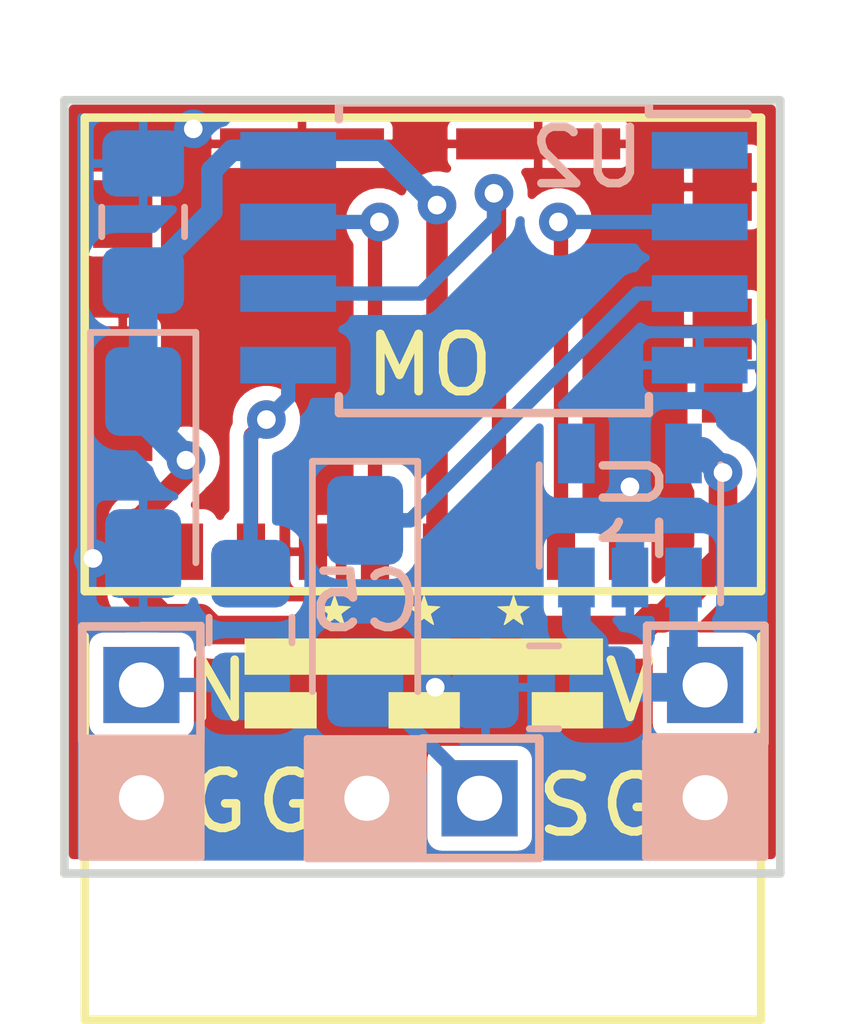
<source format=kicad_pcb>
(kicad_pcb (version 20171130) (host pcbnew 5.1.9+dfsg1-1~bpo10+1)

  (general
    (thickness 1.6)
    (drawings 27)
    (tracks 75)
    (zones 0)
    (modules 12)
    (nets 16)
  )

  (page USLetter)
  (title_block
    (title "ATtiny85 SD Audio Player Mono")
    (date 2021-03-31)
    (rev 0)
  )

  (layers
    (0 F.Cu signal)
    (31 B.Cu signal)
    (34 B.Paste user hide)
    (35 F.Paste user hide)
    (36 B.SilkS user)
    (37 F.SilkS user)
    (38 B.Mask user hide)
    (39 F.Mask user hide)
    (40 Dwgs.User user hide)
    (44 Edge.Cuts user)
    (45 Margin user hide)
    (46 B.CrtYd user hide)
    (47 F.CrtYd user hide)
    (48 B.Fab user hide)
    (49 F.Fab user hide)
  )

  (setup
    (last_trace_width 0.254)
    (user_trace_width 0.1524)
    (user_trace_width 0.381)
    (user_trace_width 0.508)
    (user_trace_width 0.635)
    (user_trace_width 0.762)
    (user_trace_width 1.27)
    (user_trace_width 2.032)
    (trace_clearance 0.254)
    (zone_clearance 0.00254)
    (zone_45_only no)
    (trace_min 0.14986)
    (via_size 0.6858)
    (via_drill 0.3302)
    (via_min_size 0.6858)
    (via_min_drill 0.3302)
    (user_via 0.6858 0.3302)
    (user_via 0.762 0.381)
    (user_via 1.016 0.508)
    (user_via 1.27 0.635)
    (uvia_size 0.6858)
    (uvia_drill 0.3302)
    (uvias_allowed no)
    (uvia_min_size 0)
    (uvia_min_drill 0)
    (edge_width 0.1524)
    (segment_width 0.1524)
    (pcb_text_width 0.1524)
    (pcb_text_size 1.016 1.016)
    (mod_edge_width 0.1524)
    (mod_text_size 1.016 1.016)
    (mod_text_width 0.1524)
    (pad_size 1.35 1.35)
    (pad_drill 0.8)
    (pad_to_mask_clearance 0.0508)
    (solder_mask_min_width 0.1016)
    (pad_to_paste_clearance -0.0508)
    (aux_axis_origin 0 0)
    (visible_elements FFFFDF7D)
    (pcbplotparams
      (layerselection 0x310fc_80000001)
      (usegerberextensions true)
      (usegerberattributes false)
      (usegerberadvancedattributes false)
      (creategerberjobfile false)
      (excludeedgelayer true)
      (linewidth 0.100000)
      (plotframeref false)
      (viasonmask false)
      (mode 1)
      (useauxorigin false)
      (hpglpennumber 1)
      (hpglpenspeed 20)
      (hpglpendiameter 15.000000)
      (psnegative false)
      (psa4output false)
      (plotreference true)
      (plotvalue true)
      (plotinvisibletext false)
      (padsonsilk false)
      (subtractmaskfromsilk false)
      (outputformat 1)
      (mirror false)
      (drillshape 0)
      (scaleselection 1)
      (outputdirectory "gerbers"))
  )

  (net 0 "")
  (net 1 GND)
  (net 2 VBUS)
  (net 3 VCC)
  (net 4 "Net-(C5-Pad1)")
  (net 5 /CS)
  (net 6 /MOSI)
  (net 7 /SCLK)
  (net 8 /MISO)
  (net 9 /NEXT)
  (net 10 "Net-(J1-Pad1)")
  (net 11 "Net-(J1-Pad9)")
  (net 12 "Net-(J1-Pad8)")
  (net 13 "Net-(U1-Pad4)")
  (net 14 /SOUND)
  (net 15 "Net-(U2-Pad1)")

  (net_class Default "This is the default net class."
    (clearance 0.254)
    (trace_width 0.254)
    (via_dia 0.6858)
    (via_drill 0.3302)
    (uvia_dia 0.6858)
    (uvia_drill 0.3302)
    (add_net /CS)
    (add_net /MISO)
    (add_net /MOSI)
    (add_net /NEXT)
    (add_net /SCLK)
    (add_net /SOUND)
    (add_net GND)
    (add_net "Net-(C5-Pad1)")
    (add_net "Net-(J1-Pad1)")
    (add_net "Net-(J1-Pad8)")
    (add_net "Net-(J1-Pad9)")
    (add_net "Net-(U1-Pad4)")
    (add_net "Net-(U2-Pad1)")
    (add_net VBUS)
    (add_net VCC)
  )

  (module Connector_PinHeader_2.00mm:PinHeader_1x02_P2.00mm_Vertical (layer B.Cu) (tedit 602C035A) (tstamp 602C6039)
    (at 131.699 96.7105 90)
    (descr "Through hole straight pin header, 1x02, 2.00mm pitch, single row")
    (tags "Through hole pin header THT 1x02 2.00mm single row")
    (path /602C5C3B)
    (fp_text reference J4 (at 0 2.06 270) (layer B.SilkS) hide
      (effects (font (size 1 1) (thickness 0.15)) (justify mirror))
    )
    (fp_text value Conn_01x02_Male (at 0 -4.06 -90) (layer B.Fab)
      (effects (font (size 1 1) (thickness 0.15)) (justify mirror))
    )
    (fp_line (start 1.5 1.5) (end -1.5 1.5) (layer B.CrtYd) (width 0.05))
    (fp_line (start 1.5 -3.5) (end 1.5 1.5) (layer B.CrtYd) (width 0.05))
    (fp_line (start -1.5 -3.5) (end 1.5 -3.5) (layer B.CrtYd) (width 0.05))
    (fp_line (start -1.5 1.5) (end -1.5 -3.5) (layer B.CrtYd) (width 0.05))
    (fp_line (start -1.06 1.06) (end 0 1.06) (layer B.SilkS) (width 0.12))
    (fp_line (start -1.06 0) (end -1.06 1.06) (layer B.SilkS) (width 0.12))
    (fp_line (start -1.06 -1) (end 1.06 -1) (layer B.SilkS) (width 0.12))
    (fp_line (start 1.06 -1) (end 1.06 -3.06) (layer B.SilkS) (width 0.12))
    (fp_line (start -1.06 -1) (end -1.06 -3.06) (layer B.SilkS) (width 0.12))
    (fp_line (start -1.06 -3.06) (end 1.06 -3.06) (layer B.SilkS) (width 0.12))
    (fp_line (start -1 0.5) (end -0.5 1) (layer B.Fab) (width 0.1))
    (fp_line (start -1 -3) (end -1 0.5) (layer B.Fab) (width 0.1))
    (fp_line (start 1 -3) (end -1 -3) (layer B.Fab) (width 0.1))
    (fp_line (start 1 1) (end 1 -3) (layer B.Fab) (width 0.1))
    (fp_line (start -0.5 1) (end 1 1) (layer B.Fab) (width 0.1))
    (fp_text user %R (at 0 -1) (layer B.Fab)
      (effects (font (size 1 1) (thickness 0.15)) (justify mirror))
    )
    (pad 2 thru_hole rect (at 0 -2 90) (size 1.35 1.35) (drill 0.8) (layers *.Cu *.Mask)
      (net 1 GND))
    (pad 1 thru_hole rect (at 0 0 90) (size 1.35 1.35) (drill 0.8) (layers *.Cu *.Mask)
      (net 14 /SOUND))
  )

  (module Package_TO_SOT_SMD:SOT-23-5 (layer B.Cu) (tedit 5A02FF57) (tstamp 602C67E4)
    (at 134.366 91.694 90)
    (descr "5-pin SOT23 package")
    (tags SOT-23-5)
    (path /602B6438)
    (attr smd)
    (fp_text reference U1 (at 0.127 0.0635 90) (layer B.SilkS)
      (effects (font (size 1 1) (thickness 0.15)) (justify mirror))
    )
    (fp_text value AP2112K-3.3 (at 0 -2.9 90) (layer B.Fab)
      (effects (font (size 1 1) (thickness 0.15)) (justify mirror))
    )
    (fp_line (start -0.9 -1.61) (end 0.9 -1.61) (layer B.SilkS) (width 0.12))
    (fp_line (start 0.9 1.61) (end -1.55 1.61) (layer B.SilkS) (width 0.12))
    (fp_line (start -1.9 1.8) (end 1.9 1.8) (layer B.CrtYd) (width 0.05))
    (fp_line (start 1.9 1.8) (end 1.9 -1.8) (layer B.CrtYd) (width 0.05))
    (fp_line (start 1.9 -1.8) (end -1.9 -1.8) (layer B.CrtYd) (width 0.05))
    (fp_line (start -1.9 -1.8) (end -1.9 1.8) (layer B.CrtYd) (width 0.05))
    (fp_line (start -0.9 0.9) (end -0.25 1.55) (layer B.Fab) (width 0.1))
    (fp_line (start 0.9 1.55) (end -0.25 1.55) (layer B.Fab) (width 0.1))
    (fp_line (start -0.9 0.9) (end -0.9 -1.55) (layer B.Fab) (width 0.1))
    (fp_line (start 0.9 -1.55) (end -0.9 -1.55) (layer B.Fab) (width 0.1))
    (fp_line (start 0.9 1.55) (end 0.9 -1.55) (layer B.Fab) (width 0.1))
    (fp_text user %R (at 0 0 180) (layer B.Fab)
      (effects (font (size 0.5 0.5) (thickness 0.075)) (justify mirror))
    )
    (pad 5 smd rect (at 1.1 0.95 90) (size 1.06 0.65) (layers B.Cu B.Paste B.Mask)
      (net 3 VCC))
    (pad 4 smd rect (at 1.1 -0.95 90) (size 1.06 0.65) (layers B.Cu B.Paste B.Mask)
      (net 13 "Net-(U1-Pad4)"))
    (pad 3 smd rect (at -1.1 -0.95 90) (size 1.06 0.65) (layers B.Cu B.Paste B.Mask)
      (net 2 VBUS))
    (pad 2 smd rect (at -1.1 0 90) (size 1.06 0.65) (layers B.Cu B.Paste B.Mask)
      (net 1 GND))
    (pad 1 smd rect (at -1.1 0.95 90) (size 1.06 0.65) (layers B.Cu B.Paste B.Mask)
      (net 2 VBUS))
    (model ${KISYS3DMOD}/Package_TO_SOT_SMD.3dshapes/SOT-23-5.wrl
      (at (xyz 0 0 0))
      (scale (xyz 1 1 1))
      (rotate (xyz 0 0 0))
    )
  )

  (module Capacitor_SMD:C_0805_2012Metric_Pad1.18x1.45mm_HandSolder (layer B.Cu) (tedit 5FF64068) (tstamp 601472ED)
    (at 132.842 94.742 180)
    (descr "Capacitor SMD 0805 (2012 Metric), square (rectangular) end terminal, IPC_7351 nominal with elongated pad for handsoldering. (Body size source: IPC-SM-782 page 76, https://www.pcb-3d.com/wordpress/wp-content/uploads/ipc-sm-782a_amendment_1_and_2.pdf, https://docs.google.com/spreadsheets/d/1BsfQQcO9C6DZCsRaXUlFlo91Tg2WpOkGARC1WS5S8t0/edit?usp=sharing), generated with kicad-footprint-generator")
    (tags "capacitor handsolder")
    (path /5FF6755D)
    (attr smd)
    (fp_text reference C1 (at -0.127 0 270) (layer B.SilkS) hide
      (effects (font (size 1 1) (thickness 0.15)) (justify mirror))
    )
    (fp_text value 100nF (at 0 -1.68 180) (layer B.Fab)
      (effects (font (size 1 1) (thickness 0.15)) (justify mirror))
    )
    (fp_line (start -1 -0.625) (end -1 0.625) (layer B.Fab) (width 0.1))
    (fp_line (start -1 0.625) (end 1 0.625) (layer B.Fab) (width 0.1))
    (fp_line (start 1 0.625) (end 1 -0.625) (layer B.Fab) (width 0.1))
    (fp_line (start 1 -0.625) (end -1 -0.625) (layer B.Fab) (width 0.1))
    (fp_line (start -0.261252 0.735) (end 0.261252 0.735) (layer B.SilkS) (width 0.12))
    (fp_line (start -0.261252 -0.735) (end 0.261252 -0.735) (layer B.SilkS) (width 0.12))
    (fp_line (start -1.88 -0.98) (end -1.88 0.98) (layer B.CrtYd) (width 0.05))
    (fp_line (start -1.88 0.98) (end 1.88 0.98) (layer B.CrtYd) (width 0.05))
    (fp_line (start 1.88 0.98) (end 1.88 -0.98) (layer B.CrtYd) (width 0.05))
    (fp_line (start 1.88 -0.98) (end -1.88 -0.98) (layer B.CrtYd) (width 0.05))
    (fp_text user %R (at 0 0 180) (layer B.Fab)
      (effects (font (size 0.5 0.5) (thickness 0.08)) (justify mirror))
    )
    (pad 2 smd roundrect (at 1.0375 0 180) (size 1.175 1.45) (layers B.Cu B.Paste B.Mask) (roundrect_rratio 0.212766)
      (net 1 GND))
    (pad 1 smd roundrect (at -1.0375 0 180) (size 1.175 1.45) (layers B.Cu B.Paste B.Mask) (roundrect_rratio 0.212766)
      (net 2 VBUS))
    (model ${KISYS3DMOD}/Capacitor_SMD.3dshapes/C_0805_2012Metric.wrl
      (at (xyz 0 0 0))
      (scale (xyz 1 1 1))
      (rotate (xyz 0 0 0))
    )
  )

  (module Capacitor_Tantalum_SMD:CP_EIA-3216-10_Kemet-I_Pad1.58x1.35mm_HandSolder (layer B.Cu) (tedit 5FF6407A) (tstamp 60147300)
    (at 125.73 90.932 270)
    (descr "Tantalum Capacitor SMD Kemet-I (3216-10 Metric), IPC_7351 nominal, (Body size from: http://www.kemet.com/Lists/ProductCatalog/Attachments/253/KEM_TC101_STD.pdf), generated with kicad-footprint-generator")
    (tags "capacitor tantalum")
    (path /5FF5F73A)
    (attr smd)
    (fp_text reference C2 (at 0 0) (layer B.SilkS) hide
      (effects (font (size 1 1) (thickness 0.15)) (justify mirror))
    )
    (fp_text value 150uF (at 0 -1.75 270) (layer B.Fab)
      (effects (font (size 1 1) (thickness 0.15)) (justify mirror))
    )
    (fp_line (start 2.48 -1.05) (end -2.48 -1.05) (layer B.CrtYd) (width 0.05))
    (fp_line (start 2.48 1.05) (end 2.48 -1.05) (layer B.CrtYd) (width 0.05))
    (fp_line (start -2.48 1.05) (end 2.48 1.05) (layer B.CrtYd) (width 0.05))
    (fp_line (start -2.48 -1.05) (end -2.48 1.05) (layer B.CrtYd) (width 0.05))
    (fp_line (start -2.485 -0.935) (end 1.6 -0.935) (layer B.SilkS) (width 0.12))
    (fp_line (start -2.485 0.935) (end -2.485 -0.935) (layer B.SilkS) (width 0.12))
    (fp_line (start 1.6 0.935) (end -2.485 0.935) (layer B.SilkS) (width 0.12))
    (fp_line (start 1.6 -0.8) (end 1.6 0.8) (layer B.Fab) (width 0.1))
    (fp_line (start -1.6 -0.8) (end 1.6 -0.8) (layer B.Fab) (width 0.1))
    (fp_line (start -1.6 0.4) (end -1.6 -0.8) (layer B.Fab) (width 0.1))
    (fp_line (start -1.2 0.8) (end -1.6 0.4) (layer B.Fab) (width 0.1))
    (fp_line (start 1.6 0.8) (end -1.2 0.8) (layer B.Fab) (width 0.1))
    (fp_text user %R (at 0 0 270) (layer B.Fab)
      (effects (font (size 0.8 0.8) (thickness 0.12)) (justify mirror))
    )
    (pad 1 smd roundrect (at -1.4375 0 270) (size 1.575 1.35) (layers B.Cu B.Paste B.Mask) (roundrect_rratio 0.185185)
      (net 3 VCC))
    (pad 2 smd roundrect (at 1.4375 0 270) (size 1.575 1.35) (layers B.Cu B.Paste B.Mask) (roundrect_rratio 0.185185)
      (net 1 GND))
    (model ${KISYS3DMOD}/Capacitor_Tantalum_SMD.3dshapes/CP_EIA-3216-10_Kemet-I.wrl
      (at (xyz 0 0 0))
      (scale (xyz 1 1 1))
      (rotate (xyz 0 0 0))
    )
  )

  (module Capacitor_SMD:C_0805_2012Metric_Pad1.18x1.45mm_HandSolder (layer B.Cu) (tedit 5FF64085) (tstamp 60147311)
    (at 125.73 86.487 90)
    (descr "Capacitor SMD 0805 (2012 Metric), square (rectangular) end terminal, IPC_7351 nominal with elongated pad for handsoldering. (Body size source: IPC-SM-782 page 76, https://www.pcb-3d.com/wordpress/wp-content/uploads/ipc-sm-782a_amendment_1_and_2.pdf, https://docs.google.com/spreadsheets/d/1BsfQQcO9C6DZCsRaXUlFlo91Tg2WpOkGARC1WS5S8t0/edit?usp=sharing), generated with kicad-footprint-generator")
    (tags "capacitor handsolder")
    (path /5FF5F636)
    (attr smd)
    (fp_text reference C3 (at 0 0.127 180) (layer B.SilkS) hide
      (effects (font (size 1 1) (thickness 0.15)) (justify mirror))
    )
    (fp_text value 100nF (at 0 -1.68 90) (layer B.Fab)
      (effects (font (size 1 1) (thickness 0.15)) (justify mirror))
    )
    (fp_line (start 1.88 -0.98) (end -1.88 -0.98) (layer B.CrtYd) (width 0.05))
    (fp_line (start 1.88 0.98) (end 1.88 -0.98) (layer B.CrtYd) (width 0.05))
    (fp_line (start -1.88 0.98) (end 1.88 0.98) (layer B.CrtYd) (width 0.05))
    (fp_line (start -1.88 -0.98) (end -1.88 0.98) (layer B.CrtYd) (width 0.05))
    (fp_line (start -0.261252 -0.735) (end 0.261252 -0.735) (layer B.SilkS) (width 0.12))
    (fp_line (start -0.261252 0.735) (end 0.261252 0.735) (layer B.SilkS) (width 0.12))
    (fp_line (start 1 -0.625) (end -1 -0.625) (layer B.Fab) (width 0.1))
    (fp_line (start 1 0.625) (end 1 -0.625) (layer B.Fab) (width 0.1))
    (fp_line (start -1 0.625) (end 1 0.625) (layer B.Fab) (width 0.1))
    (fp_line (start -1 -0.625) (end -1 0.625) (layer B.Fab) (width 0.1))
    (fp_text user %R (at 0 0 90) (layer B.Fab)
      (effects (font (size 0.5 0.5) (thickness 0.08)) (justify mirror))
    )
    (pad 1 smd roundrect (at -1.0375 0 90) (size 1.175 1.45) (layers B.Cu B.Paste B.Mask) (roundrect_rratio 0.212766)
      (net 3 VCC))
    (pad 2 smd roundrect (at 1.0375 0 90) (size 1.175 1.45) (layers B.Cu B.Paste B.Mask) (roundrect_rratio 0.212766)
      (net 1 GND))
    (model ${KISYS3DMOD}/Capacitor_SMD.3dshapes/C_0805_2012Metric.wrl
      (at (xyz 0 0 0))
      (scale (xyz 1 1 1))
      (rotate (xyz 0 0 0))
    )
  )

  (module Capacitor_Tantalum_SMD:CP_EIA-3216-10_Kemet-I_Pad1.58x1.35mm_HandSolder (layer B.Cu) (tedit 5EBA9318) (tstamp 60147337)
    (at 129.667 93.218 270)
    (descr "Tantalum Capacitor SMD Kemet-I (3216-10 Metric), IPC_7351 nominal, (Body size from: http://www.kemet.com/Lists/ProductCatalog/Attachments/253/KEM_TC101_STD.pdf), generated with kicad-footprint-generator")
    (tags "capacitor tantalum")
    (path /5FF5F183)
    (attr smd)
    (fp_text reference C5 (at 0 0 180) (layer B.SilkS)
      (effects (font (size 1 1) (thickness 0.15)) (justify mirror))
    )
    (fp_text value 100uF (at 0 -1.75 270) (layer B.Fab)
      (effects (font (size 1 1) (thickness 0.15)) (justify mirror))
    )
    (fp_line (start 2.48 -1.05) (end -2.48 -1.05) (layer B.CrtYd) (width 0.05))
    (fp_line (start 2.48 1.05) (end 2.48 -1.05) (layer B.CrtYd) (width 0.05))
    (fp_line (start -2.48 1.05) (end 2.48 1.05) (layer B.CrtYd) (width 0.05))
    (fp_line (start -2.48 -1.05) (end -2.48 1.05) (layer B.CrtYd) (width 0.05))
    (fp_line (start -2.485 -0.935) (end 1.6 -0.935) (layer B.SilkS) (width 0.12))
    (fp_line (start -2.485 0.935) (end -2.485 -0.935) (layer B.SilkS) (width 0.12))
    (fp_line (start 1.6 0.935) (end -2.485 0.935) (layer B.SilkS) (width 0.12))
    (fp_line (start 1.6 -0.8) (end 1.6 0.8) (layer B.Fab) (width 0.1))
    (fp_line (start -1.6 -0.8) (end 1.6 -0.8) (layer B.Fab) (width 0.1))
    (fp_line (start -1.6 0.4) (end -1.6 -0.8) (layer B.Fab) (width 0.1))
    (fp_line (start -1.2 0.8) (end -1.6 0.4) (layer B.Fab) (width 0.1))
    (fp_line (start 1.6 0.8) (end -1.2 0.8) (layer B.Fab) (width 0.1))
    (fp_text user %R (at 0 0 270) (layer B.Fab)
      (effects (font (size 0.8 0.8) (thickness 0.12)) (justify mirror))
    )
    (pad 1 smd roundrect (at -1.4375 0 270) (size 1.575 1.35) (layers B.Cu B.Paste B.Mask) (roundrect_rratio 0.185185)
      (net 4 "Net-(C5-Pad1)"))
    (pad 2 smd roundrect (at 1.4375 0 270) (size 1.575 1.35) (layers B.Cu B.Paste B.Mask) (roundrect_rratio 0.185185)
      (net 14 /SOUND))
    (model ${KISYS3DMOD}/Capacitor_Tantalum_SMD.3dshapes/CP_EIA-3216-10_Kemet-I.wrl
      (at (xyz 0 0 0))
      (scale (xyz 1 1 1))
      (rotate (xyz 0 0 0))
    )
  )

  (module User_PCB_Libraries:Molex_1051620001_KiCad (layer F.Cu) (tedit 5FF64046) (tstamp 60147357)
    (at 134.493 92.837)
    (path /5FF6D7B5)
    (fp_text reference J1 (at -0.127 -1.651) (layer F.SilkS) hide
      (effects (font (size 1 1) (thickness 0.15)))
    )
    (fp_text value Micro_SD_Card_Det (at -3.8 12.8) (layer F.Fab)
      (effects (font (size 1 1) (thickness 0.15)))
    )
    (fp_poly (pts (xy -8.4 -2.4) (xy -8.4 -6.2) (xy 0.2 -6.2) (xy 0.2 -2.4)) (layer Dwgs.User) (width 0.05))
    (fp_line (start 2.2 7.8) (end -9.8 7.8) (layer F.SilkS) (width 0.15))
    (fp_line (start -9.8 1) (end -9.8 7.8) (layer F.SilkS) (width 0.15))
    (fp_line (start 2.2 1) (end 2.2 7.8) (layer F.SilkS) (width 0.15))
    (fp_line (start 2.2 -8.2) (end 2.2 0.2) (layer F.SilkS) (width 0.15))
    (fp_line (start -9.8 -8.2) (end 2.2 -8.2) (layer F.SilkS) (width 0.15))
    (fp_line (start -9.8 0.2) (end -9.8 -8.2) (layer F.SilkS) (width 0.15))
    (fp_line (start 2.2 0.2) (end -9.8 0.2) (layer F.SilkS) (width 0.15))
    (fp_line (start -9.45 -0.2) (end 1.85 -0.2) (layer F.CrtYd) (width 0.05))
    (fp_line (start -9.45 -7.8) (end -9.45 -0.2) (layer F.CrtYd) (width 0.05))
    (fp_line (start 1.85 -7.8) (end -9.45 -7.8) (layer F.CrtYd) (width 0.05))
    (fp_line (start 1.85 -0.2) (end 1.85 -7.8) (layer F.CrtYd) (width 0.05))
    (fp_text user KEEPOUT (at -4 -6.6) (layer Dwgs.User)
      (effects (font (size 0.5 0.5) (thickness 0.075)))
    )
    (pad 1 smd rect (at -0.25 -0.5) (size 0.5 1) (layers F.Cu F.Paste F.Mask)
      (net 10 "Net-(J1-Pad1)") (solder_mask_margin 0.1016))
    (pad 9 smd rect (at 1.51 -3.18) (size 0.72 0.78) (layers F.Cu F.Paste F.Mask)
      (net 11 "Net-(J1-Pad9)") (solder_mask_margin 0.1016))
    (pad 2 smd rect (at -1.35 -0.5) (size 0.5 1) (layers F.Cu F.Paste F.Mask)
      (net 5 /CS) (solder_mask_margin 0.1016))
    (pad 3 smd rect (at -2.45 -0.5) (size 0.5 1) (layers F.Cu F.Paste F.Mask)
      (net 6 /MOSI) (solder_mask_margin 0.1016))
    (pad 4 smd rect (at -3.55 -0.5) (size 0.5 1) (layers F.Cu F.Paste F.Mask)
      (net 3 VCC) (solder_mask_margin 0.1016))
    (pad 5 smd rect (at -4.65 -0.5) (size 0.5 1) (layers F.Cu F.Paste F.Mask)
      (net 7 /SCLK) (solder_mask_margin 0.1016))
    (pad 6 smd rect (at -5.75 -0.5) (size 0.5 1) (layers F.Cu F.Paste F.Mask)
      (net 1 GND) (solder_mask_margin 0.1016))
    (pad 7 smd rect (at -6.85 -0.5) (size 0.5 1) (layers F.Cu F.Paste F.Mask)
      (net 8 /MISO) (solder_mask_margin 0.1016))
    (pad 8 smd rect (at -7.95 -0.5) (size 0.5 1) (layers F.Cu F.Paste F.Mask)
      (net 12 "Net-(J1-Pad8)") (solder_mask_margin 0.1016))
    (pad 10 smd rect (at 1.51 -4.45) (size 1.05 1.08) (layers F.Cu F.Paste F.Mask)
      (net 1 GND) (solder_mask_margin 0.1016))
    (pad 10 smd rect (at 1.51 -6.97) (size 1.05 1.2) (layers F.Cu F.Paste F.Mask)
      (net 1 GND) (solder_mask_margin 0.1016))
    (pad 10 smd rect (at -9.125 -6.49) (size 1.05 1.2) (layers F.Cu F.Paste F.Mask)
      (net 1 GND) (solder_mask_margin 0.1016))
    (pad 10 smd rect (at -9.125 -3.305) (size 1.05 2.39) (layers F.Cu F.Paste F.Mask)
      (net 1 GND) (solder_mask_margin 0.1016))
    (pad 11 smd rect (at -1.755 -7.735) (size 2.91 0.55) (layers F.Cu F.Paste F.Mask)
      (net 1 GND) (solder_mask_margin 0.1016))
    (pad 11 smd rect (at -5.945 -7.735) (size 2.91 0.55) (layers F.Cu F.Paste F.Mask)
      (net 1 GND) (solder_mask_margin 0.1016))
    (model /home/user/kicad/libraries/User_3Dshapes/1051620001.step
      (offset (xyz -3.8 4.6 0.25))
      (scale (xyz 1 1 1))
      (rotate (xyz -90 0 0))
    )
    (model "/home/user/kicad/libraries/User_3Dshapes/User Library-Micro SD Card.step"
      (offset (xyz 2.108199968338013 -7.49299988746643 1.295399980545044))
      (scale (xyz 1 1 1))
      (rotate (xyz -90 180 0))
    )
  )

  (module Connector_PinHeader_2.00mm:PinHeader_1x02_P2.00mm_Vertical (layer B.Cu) (tedit 5FF64333) (tstamp 6014736D)
    (at 135.7 94.7 180)
    (descr "Through hole straight pin header, 1x02, 2.00mm pitch, single row")
    (tags "Through hole pin header THT 1x02 2.00mm single row")
    (path /5FF629A0)
    (fp_text reference J2 (at -1.968 -0.042 270) (layer B.SilkS) hide
      (effects (font (size 1 1) (thickness 0.15)) (justify mirror))
    )
    (fp_text value Conn_01x02_Male (at 0 -4.06 180) (layer B.Fab)
      (effects (font (size 1 1) (thickness 0.15)) (justify mirror))
    )
    (fp_line (start -0.5 1) (end 1 1) (layer B.Fab) (width 0.1))
    (fp_line (start 1 1) (end 1 -3) (layer B.Fab) (width 0.1))
    (fp_line (start 1 -3) (end -1 -3) (layer B.Fab) (width 0.1))
    (fp_line (start -1 -3) (end -1 0.5) (layer B.Fab) (width 0.1))
    (fp_line (start -1 0.5) (end -0.5 1) (layer B.Fab) (width 0.1))
    (fp_line (start -1.06 -3.06) (end 1.06 -3.06) (layer B.SilkS) (width 0.12))
    (fp_line (start -1.06 -1) (end -1.06 -3.06) (layer B.SilkS) (width 0.12))
    (fp_line (start 1.06 -1) (end 1.06 -3.06) (layer B.SilkS) (width 0.12))
    (fp_line (start -1.06 -1) (end 1.06 -1) (layer B.SilkS) (width 0.12))
    (fp_line (start -1.06 0) (end -1.06 1.06) (layer B.SilkS) (width 0.12))
    (fp_line (start -1.06 1.06) (end 0 1.06) (layer B.SilkS) (width 0.12))
    (fp_line (start -1.5 1.5) (end -1.5 -3.5) (layer B.CrtYd) (width 0.05))
    (fp_line (start -1.5 -3.5) (end 1.5 -3.5) (layer B.CrtYd) (width 0.05))
    (fp_line (start 1.5 -3.5) (end 1.5 1.5) (layer B.CrtYd) (width 0.05))
    (fp_line (start 1.5 1.5) (end -1.5 1.5) (layer B.CrtYd) (width 0.05))
    (fp_text user %R (at 0 -1 90) (layer B.Fab)
      (effects (font (size 1 1) (thickness 0.15)) (justify mirror))
    )
    (pad 2 thru_hole rect (at 0 -2 180) (size 1.35 1.35) (drill 0.8) (layers *.Cu *.Mask)
      (net 1 GND))
    (pad 1 thru_hole rect (at 0 0 180) (size 1.35 1.35) (drill 0.8) (layers *.Cu *.Mask)
      (net 2 VBUS))
  )

  (module Connector_PinHeader_2.00mm:PinHeader_1x02_P2.00mm_Vertical (layer B.Cu) (tedit 5FF64349) (tstamp 60147383)
    (at 125.7 94.7 180)
    (descr "Through hole straight pin header, 1x02, 2.00mm pitch, single row")
    (tags "Through hole pin header THT 1x02 2.00mm single row")
    (path /5FF6101B)
    (fp_text reference J3 (at 2.129 -0.042 180) (layer B.SilkS) hide
      (effects (font (size 1 1) (thickness 0.15)) (justify mirror))
    )
    (fp_text value Conn_01x02_Male (at 0 -4.06 180) (layer B.Fab)
      (effects (font (size 1 1) (thickness 0.15)) (justify mirror))
    )
    (fp_line (start 1.5 1.5) (end -1.5 1.5) (layer B.CrtYd) (width 0.05))
    (fp_line (start 1.5 -3.5) (end 1.5 1.5) (layer B.CrtYd) (width 0.05))
    (fp_line (start -1.5 -3.5) (end 1.5 -3.5) (layer B.CrtYd) (width 0.05))
    (fp_line (start -1.5 1.5) (end -1.5 -3.5) (layer B.CrtYd) (width 0.05))
    (fp_line (start -1.06 1.06) (end 0 1.06) (layer B.SilkS) (width 0.12))
    (fp_line (start -1.06 0) (end -1.06 1.06) (layer B.SilkS) (width 0.12))
    (fp_line (start -1.06 -1) (end 1.06 -1) (layer B.SilkS) (width 0.12))
    (fp_line (start 1.06 -1) (end 1.06 -3.06) (layer B.SilkS) (width 0.12))
    (fp_line (start -1.06 -1) (end -1.06 -3.06) (layer B.SilkS) (width 0.12))
    (fp_line (start -1.06 -3.06) (end 1.06 -3.06) (layer B.SilkS) (width 0.12))
    (fp_line (start -1 0.5) (end -0.5 1) (layer B.Fab) (width 0.1))
    (fp_line (start -1 -3) (end -1 0.5) (layer B.Fab) (width 0.1))
    (fp_line (start 1 -3) (end -1 -3) (layer B.Fab) (width 0.1))
    (fp_line (start 1 1) (end 1 -3) (layer B.Fab) (width 0.1))
    (fp_line (start -0.5 1) (end 1 1) (layer B.Fab) (width 0.1))
    (fp_text user %R (at 0 -1 90) (layer B.Fab)
      (effects (font (size 1 1) (thickness 0.15)) (justify mirror))
    )
    (pad 1 thru_hole rect (at 0 0 180) (size 1.35 1.35) (drill 0.8) (layers *.Cu *.Mask)
      (net 9 /NEXT))
    (pad 2 thru_hole rect (at 0 -2 180) (size 1.35 1.35) (drill 0.8) (layers *.Cu *.Mask)
      (net 1 GND))
  )

  (module Resistor_SMD:R_0805_2012Metric_Pad1.20x1.40mm_HandSolder (layer B.Cu) (tedit 5FF64098) (tstamp 601473AC)
    (at 127.635 93.726 90)
    (descr "Resistor SMD 0805 (2012 Metric), square (rectangular) end terminal, IPC_7351 nominal with elongated pad for handsoldering. (Body size source: IPC-SM-782 page 72, https://www.pcb-3d.com/wordpress/wp-content/uploads/ipc-sm-782a_amendment_1_and_2.pdf), generated with kicad-footprint-generator")
    (tags "resistor handsolder")
    (path /5FF5F25D)
    (attr smd)
    (fp_text reference R1 (at 0 0 180) (layer B.SilkS) hide
      (effects (font (size 1 1) (thickness 0.15)) (justify mirror))
    )
    (fp_text value 4.7K (at 0 -1.65 90) (layer B.Fab)
      (effects (font (size 1 1) (thickness 0.15)) (justify mirror))
    )
    (fp_line (start 1.85 -0.95) (end -1.85 -0.95) (layer B.CrtYd) (width 0.05))
    (fp_line (start 1.85 0.95) (end 1.85 -0.95) (layer B.CrtYd) (width 0.05))
    (fp_line (start -1.85 0.95) (end 1.85 0.95) (layer B.CrtYd) (width 0.05))
    (fp_line (start -1.85 -0.95) (end -1.85 0.95) (layer B.CrtYd) (width 0.05))
    (fp_line (start -0.227064 -0.735) (end 0.227064 -0.735) (layer B.SilkS) (width 0.12))
    (fp_line (start -0.227064 0.735) (end 0.227064 0.735) (layer B.SilkS) (width 0.12))
    (fp_line (start 1 -0.625) (end -1 -0.625) (layer B.Fab) (width 0.1))
    (fp_line (start 1 0.625) (end 1 -0.625) (layer B.Fab) (width 0.1))
    (fp_line (start -1 0.625) (end 1 0.625) (layer B.Fab) (width 0.1))
    (fp_line (start -1 -0.625) (end -1 0.625) (layer B.Fab) (width 0.1))
    (fp_text user %R (at 0 0 90) (layer B.Fab)
      (effects (font (size 0.5 0.5) (thickness 0.08)) (justify mirror))
    )
    (pad 1 smd roundrect (at -1 0 90) (size 1.2 1.4) (layers B.Cu B.Paste B.Mask) (roundrect_rratio 0.208333)
      (net 9 /NEXT))
    (pad 2 smd roundrect (at 1 0 90) (size 1.2 1.4) (layers B.Cu B.Paste B.Mask) (roundrect_rratio 0.208333)
      (net 8 /MISO))
    (model ${KISYS3DMOD}/Resistor_SMD.3dshapes/R_0805_2012Metric.wrl
      (at (xyz 0 0 0))
      (scale (xyz 1 1 1))
      (rotate (xyz 0 0 0))
    )
  )

  (module Package_SO:SOIC-8W_5.3x5.3mm_P1.27mm (layer B.Cu) (tedit 5A02F2D3) (tstamp 601473E0)
    (at 131.953 87.122 180)
    (descr "8-Lead Plastic Small Outline (SM) - 5.28 mm Body [SOIC] (http://ww1.microchip.com/downloads/en/PackagingSpec/00000049BQ.pdf)")
    (tags "SOIC 1.27")
    (path /5FF73163)
    (attr smd)
    (fp_text reference U2 (at -1.651 1.778 180) (layer B.SilkS)
      (effects (font (size 1 1) (thickness 0.15)) (justify mirror))
    )
    (fp_text value ATtiny85-20SU (at 0 -3.68 180) (layer B.Fab)
      (effects (font (size 1 1) (thickness 0.15)) (justify mirror))
    )
    (fp_line (start -2.75 2.55) (end -4.5 2.55) (layer B.SilkS) (width 0.15))
    (fp_line (start -2.75 -2.755) (end 2.75 -2.755) (layer B.SilkS) (width 0.15))
    (fp_line (start -2.75 2.755) (end 2.75 2.755) (layer B.SilkS) (width 0.15))
    (fp_line (start -2.75 -2.755) (end -2.75 -2.455) (layer B.SilkS) (width 0.15))
    (fp_line (start 2.75 -2.755) (end 2.75 -2.455) (layer B.SilkS) (width 0.15))
    (fp_line (start 2.75 2.755) (end 2.75 2.455) (layer B.SilkS) (width 0.15))
    (fp_line (start -2.75 2.755) (end -2.75 2.55) (layer B.SilkS) (width 0.15))
    (fp_line (start -4.75 -2.95) (end 4.75 -2.95) (layer B.CrtYd) (width 0.05))
    (fp_line (start -4.75 2.95) (end 4.75 2.95) (layer B.CrtYd) (width 0.05))
    (fp_line (start 4.75 2.95) (end 4.75 -2.95) (layer B.CrtYd) (width 0.05))
    (fp_line (start -4.75 2.95) (end -4.75 -2.95) (layer B.CrtYd) (width 0.05))
    (fp_line (start -2.65 1.65) (end -1.65 2.65) (layer B.Fab) (width 0.15))
    (fp_line (start -2.65 -2.65) (end -2.65 1.65) (layer B.Fab) (width 0.15))
    (fp_line (start 2.65 -2.65) (end -2.65 -2.65) (layer B.Fab) (width 0.15))
    (fp_line (start 2.65 2.65) (end 2.65 -2.65) (layer B.Fab) (width 0.15))
    (fp_line (start -1.65 2.65) (end 2.65 2.65) (layer B.Fab) (width 0.15))
    (fp_text user %R (at 0 0 180) (layer B.Fab)
      (effects (font (size 1 1) (thickness 0.15)) (justify mirror))
    )
    (pad 1 smd rect (at -3.65 1.905 180) (size 1.7 0.65) (layers B.Cu B.Paste B.Mask)
      (net 15 "Net-(U2-Pad1)"))
    (pad 2 smd rect (at -3.65 0.635 180) (size 1.7 0.65) (layers B.Cu B.Paste B.Mask)
      (net 5 /CS))
    (pad 3 smd rect (at -3.65 -0.635 180) (size 1.7 0.65) (layers B.Cu B.Paste B.Mask)
      (net 4 "Net-(C5-Pad1)"))
    (pad 4 smd rect (at -3.65 -1.905 180) (size 1.7 0.65) (layers B.Cu B.Paste B.Mask)
      (net 1 GND))
    (pad 5 smd rect (at 3.65 -1.905 180) (size 1.7 0.65) (layers B.Cu B.Paste B.Mask)
      (net 8 /MISO))
    (pad 6 smd rect (at 3.65 -0.635 180) (size 1.7 0.65) (layers B.Cu B.Paste B.Mask)
      (net 6 /MOSI))
    (pad 7 smd rect (at 3.65 0.635 180) (size 1.7 0.65) (layers B.Cu B.Paste B.Mask)
      (net 7 /SCLK))
    (pad 8 smd rect (at 3.65 1.905 180) (size 1.7 0.65) (layers B.Cu B.Paste B.Mask)
      (net 3 VCC))
    (model ${KISYS3DMOD}/Package_SO.3dshapes/SO-8_5.3x6.2mm_P1.27mm.step
      (at (xyz 0 0 0))
      (scale (xyz 1 1 1))
      (rotate (xyz 0 0 0))
    )
  )

  (module User_PCB_Libraries:DCelectronics_logo3 (layer F.Cu) (tedit 0) (tstamp 602297E2)
    (at 130.7084 94.6658)
    (fp_text reference G*** (at 0 0) (layer F.SilkS) hide
      (effects (font (size 1.524 1.524) (thickness 0.3)))
    )
    (fp_text value LOGO (at 0.75 0) (layer F.SilkS) hide
      (effects (font (size 1.524 1.524) (thickness 0.3)))
    )
    (fp_poly (pts (xy -1.905 0.801309) (xy -3.175 0.801309) (xy -3.175 0.166309) (xy -1.905 0.166309)
      (xy -1.905 0.801309)) (layer F.SilkS) (width 0.01))
    (fp_poly (pts (xy 0.635 0.801309) (xy -0.619881 0.801309) (xy -0.619881 0.166309) (xy 0.635 0.166309)
      (xy 0.635 0.801309)) (layer F.SilkS) (width 0.01))
    (fp_poly (pts (xy 3.175 0.801309) (xy 1.920119 0.801309) (xy 1.920119 0.166309) (xy 3.175 0.166309)
      (xy 3.175 0.801309)) (layer F.SilkS) (width 0.01))
    (fp_poly (pts (xy 3.175 -0.151191) (xy -3.175 -0.151191) (xy -3.175 -0.786191) (xy 3.175 -0.786191)
      (xy 3.175 -0.151191)) (layer F.SilkS) (width 0.01))
    (fp_poly (pts (xy -1.517032 -1.368274) (xy -1.406879 -1.360715) (xy -1.296726 -1.353155) (xy -1.381311 -1.292679)
      (xy -1.423596 -1.261271) (xy -1.454033 -1.236423) (xy -1.466206 -1.223381) (xy -1.466222 -1.22323)
      (xy -1.461831 -1.205246) (xy -1.450084 -1.167509) (xy -1.436271 -1.126256) (xy -1.421184 -1.079438)
      (xy -1.412203 -1.045605) (xy -1.411097 -1.03315) (xy -1.424914 -1.038669) (xy -1.456325 -1.058022)
      (xy -1.498614 -1.087063) (xy -1.499888 -1.087974) (xy -1.583576 -1.147902) (xy -1.663864 -1.087999)
      (xy -1.711798 -1.052814) (xy -1.73988 -1.03432) (xy -1.752107 -1.030616) (xy -1.752473 -1.039802)
      (xy -1.75007 -1.046995) (xy -1.723376 -1.124367) (xy -1.706447 -1.184531) (xy -1.700183 -1.223789)
      (xy -1.703596 -1.237755) (xy -1.722693 -1.251127) (xy -1.758006 -1.276) (xy -1.792334 -1.300239)
      (xy -1.867203 -1.353155) (xy -1.758609 -1.357577) (xy -1.650015 -1.361998) (xy -1.616266 -1.46341)
      (xy -1.582518 -1.564822) (xy -1.517032 -1.368274)) (layer F.SilkS) (width 0.01))
    (fp_poly (pts (xy 0.070468 -1.368274) (xy 0.180621 -1.360715) (xy 0.290774 -1.353155) (xy 0.206189 -1.292679)
      (xy 0.163904 -1.261271) (xy 0.133467 -1.236423) (xy 0.121294 -1.223381) (xy 0.121278 -1.22323)
      (xy 0.125669 -1.205246) (xy 0.137416 -1.167509) (xy 0.151229 -1.126256) (xy 0.166316 -1.079438)
      (xy 0.175297 -1.045605) (xy 0.176403 -1.03315) (xy 0.162586 -1.038669) (xy 0.131175 -1.058022)
      (xy 0.088886 -1.087063) (xy 0.087612 -1.087974) (xy 0.003924 -1.147902) (xy -0.076364 -1.087999)
      (xy -0.124298 -1.052814) (xy -0.15238 -1.03432) (xy -0.164607 -1.030616) (xy -0.164973 -1.039802)
      (xy -0.16257 -1.046995) (xy -0.135876 -1.124367) (xy -0.118947 -1.184531) (xy -0.112683 -1.223789)
      (xy -0.116096 -1.237755) (xy -0.135193 -1.251127) (xy -0.170506 -1.276) (xy -0.204834 -1.300239)
      (xy -0.279703 -1.353155) (xy -0.171109 -1.357577) (xy -0.062515 -1.361998) (xy -0.028766 -1.46341)
      (xy 0.004982 -1.564822) (xy 0.070468 -1.368274)) (layer F.SilkS) (width 0.01))
    (fp_poly (pts (xy 1.657968 -1.368274) (xy 1.768121 -1.360715) (xy 1.878274 -1.353155) (xy 1.793689 -1.292679)
      (xy 1.751404 -1.261271) (xy 1.720967 -1.236423) (xy 1.708794 -1.223381) (xy 1.708778 -1.22323)
      (xy 1.713169 -1.205246) (xy 1.724916 -1.167509) (xy 1.738729 -1.126256) (xy 1.753816 -1.079438)
      (xy 1.762797 -1.045605) (xy 1.763903 -1.03315) (xy 1.750086 -1.038669) (xy 1.718675 -1.058022)
      (xy 1.676386 -1.087063) (xy 1.675112 -1.087974) (xy 1.591424 -1.147902) (xy 1.511136 -1.087999)
      (xy 1.463202 -1.052814) (xy 1.43512 -1.03432) (xy 1.422893 -1.030616) (xy 1.422527 -1.039802)
      (xy 1.42493 -1.046995) (xy 1.451624 -1.124367) (xy 1.468553 -1.184531) (xy 1.474817 -1.223789)
      (xy 1.471404 -1.237755) (xy 1.452307 -1.251127) (xy 1.416994 -1.276) (xy 1.382666 -1.300239)
      (xy 1.307797 -1.353155) (xy 1.416391 -1.357577) (xy 1.524985 -1.361998) (xy 1.558734 -1.46341)
      (xy 1.592482 -1.564822) (xy 1.657968 -1.368274)) (layer F.SilkS) (width 0.01))
  )

  (gr_text MO (at 130.81 89.027) (layer F.SilkS)
    (effects (font (size 1.016 1.016) (thickness 0.1524)))
  )
  (gr_text G (at 128.27 96.774) (layer F.SilkS) (tstamp 602C6E7C)
    (effects (font (size 1.016 1.016) (thickness 0.1524)))
  )
  (gr_line (start 135.6995 96.7105) (end 125.6665 96.7105) (layer Dwgs.User) (width 0.1524))
  (gr_line (start 132.759 95.6505) (end 132.759 97.707) (layer B.SilkS) (width 0.1524) (tstamp 602C6A52))
  (gr_line (start 126.6444 95.6564) (end 124.6632 95.6564) (layer B.SilkS) (width 0.1524))
  (gr_line (start 134.6708 95.631) (end 136.7282 95.631) (layer B.SilkS) (width 0.1524))
  (gr_line (start 134.6708 93.6498) (end 134.6708 95.631) (layer B.SilkS) (width 0.1524))
  (gr_line (start 136.7536 93.6498) (end 134.6708 93.6498) (layer B.SilkS) (width 0.1524))
  (gr_line (start 136.7536 95.7326) (end 136.7536 93.6498) (layer B.SilkS) (width 0.1524))
  (gr_line (start 126.746 93.6625) (end 126.746 95.6945) (layer B.SilkS) (width 0.1524))
  (gr_line (start 124.6505 93.6625) (end 124.6505 95.6945) (layer B.SilkS) (width 0.1524))
  (gr_line (start 126.746 93.6625) (end 124.6505 93.6625) (layer B.SilkS) (width 0.1524))
  (gr_line (start 128.651 97.7705) (end 132.759 97.7705) (layer B.SilkS) (width 0.1524))
  (gr_line (start 130.683 95.6505) (end 132.759 95.6505) (layer B.SilkS) (width 0.1524))
  (gr_poly (pts (xy 136.7282 95.631) (xy 136.76 97.76) (xy 134.64 97.76) (xy 134.6708 95.631)) (layer B.SilkS) (width 0.1))
  (gr_poly (pts (xy 130.683 97.7265) (xy 128.7145 97.7265) (xy 128.7145 95.6945) (xy 130.683 95.6945)) (layer B.SilkS) (width 0.1))
  (gr_poly (pts (xy 126.76 97.76) (xy 124.64 97.76) (xy 124.64 95.7) (xy 126.76 95.7)) (layer B.SilkS) (width 0.1))
  (gr_text G (at 134.366 96.8375) (layer F.SilkS)
    (effects (font (size 1.016 1.016) (thickness 0.1524)))
  )
  (gr_text N (at 127.0635 94.8055) (layer F.SilkS)
    (effects (font (size 1.016 1.016) (thickness 0.1524)))
  )
  (gr_text S (at 133.223 96.8375) (layer F.SilkS)
    (effects (font (size 1.016 1.016) (thickness 0.1524)))
  )
  (gr_text G (at 127.0635 96.774) (layer F.SilkS)
    (effects (font (size 1.016 1.016) (thickness 0.1524)))
  )
  (gr_text V (at 134.366 94.8055) (layer F.SilkS)
    (effects (font (size 1.016 1.016) (thickness 0.1524)))
  )
  (gr_line (start 137.033 84.328) (end 124.333 84.328) (layer Edge.Cuts) (width 0.1524))
  (gr_line (start 137.033 98.044) (end 137.033 84.328) (layer Edge.Cuts) (width 0.1524))
  (gr_line (start 124.333 98.044) (end 137.033 98.044) (layer Edge.Cuts) (width 0.1524))
  (gr_line (start 124.333 84.328) (end 124.333 98.044) (layer Edge.Cuts) (width 0.1524))
  (gr_text "FABRICATION NOTES\n\n1. THIS IS A 2 LAYER BOARD. \n2. EXTERNAL LAYERS SHALL HAVE 1 OZ COPPER.\n3. MATERIAL: FR4 AND 0.062 INCH +/- 10% THICK.\n4. BOARDS SHALL BE ROHS COMPLIANT. \n5. MANUFACTURE IN ACCORDANCE WITH IPC-6012 CLASS 2\n6. MASK: BOTH SIDES OF THE BOARD SHALL HAVE \n   SOLDER MASK (ANY COLOR) OVER BARE COPPER. \n7. SILK: BOTH SIDES OF THE BOARD SHALL HAVE \n   WHITE SILKSCREEN. DO NOT PLACE SILK OVER BARE COPPER.\n8. FINISH: ENIG.\n9. MINIMUM TRACE WIDTH - 0.006 INCH.\n   MINIMUM SPACE - 0.006 INCH.\n   MINIMUM HOLE DIA - 0.013 INCH. \n10. MAX HOLE PLACEMENT TOLERANCE OF +/- 0.003 INCH.\n11. MAX HOLE DIAMETER TOLERANCE OF +/- 0.003 INCH AFTER PLATING." (at 16.51 171.45) (layer Dwgs.User)
    (effects (font (size 2.032 2.032) (thickness 0.254)) (justify left))
  )

  (via (at 134.366 91.186) (size 0.6858) (drill 0.3302) (layers F.Cu B.Cu) (net 1) (tstamp 60149918))
  (segment (start 134.366 92.8315) (end 134.366 91.186) (width 0.508) (layer B.Cu) (net 1))
  (via (at 126.619 84.836) (size 0.6858) (drill 0.3302) (layers F.Cu B.Cu) (net 1))
  (via (at 124.841 92.456) (size 0.6858) (drill 0.3302) (layers F.Cu B.Cu) (net 1))
  (via (at 130.9116 94.742) (size 0.6858) (drill 0.3302) (layers F.Cu B.Cu) (net 1))
  (segment (start 135.658 94.742) (end 135.7 94.7) (width 0.508) (layer B.Cu) (net 2))
  (segment (start 133.8795 94.742) (end 135.658 94.742) (width 0.508) (layer B.Cu) (net 2))
  (segment (start 133.731 94.5935) (end 133.8795 94.742) (width 0.508) (layer B.Cu) (net 2))
  (segment (start 133.731 93.98) (end 133.731 94.5935) (width 0.508) (layer B.Cu) (net 2))
  (segment (start 133.416 92.8315) (end 133.416 93.665) (width 0.508) (layer B.Cu) (net 2))
  (segment (start 133.416 93.665) (end 133.731 93.98) (width 0.508) (layer B.Cu) (net 2))
  (segment (start 135.316 94.316) (end 135.7 94.7) (width 0.508) (layer B.Cu) (net 2))
  (segment (start 135.316 92.8315) (end 135.316 94.316) (width 0.508) (layer B.Cu) (net 2))
  (segment (start 125.73 87.5245) (end 125.73 89.4945) (width 0.508) (layer B.Cu) (net 3))
  (segment (start 127.3048 85.217) (end 128.303 85.217) (width 0.381) (layer B.Cu) (net 3))
  (segment (start 126.9492 85.5726) (end 127.3048 85.217) (width 0.381) (layer B.Cu) (net 3))
  (segment (start 125.73 87.5245) (end 126.9492 86.3053) (width 0.381) (layer B.Cu) (net 3))
  (segment (start 126.9492 86.3053) (end 126.9492 85.5726) (width 0.381) (layer B.Cu) (net 3))
  (segment (start 130.943 92.337) (end 130.943 86.1882) (width 0.381) (layer F.Cu) (net 3))
  (segment (start 130.943 86.1882) (end 130.943 86.1882) (width 0.381) (layer F.Cu) (net 3) (tstamp 6014A4BB))
  (via (at 130.943 86.1882) (size 0.6858) (drill 0.3302) (layers F.Cu B.Cu) (net 3))
  (segment (start 129.9718 85.217) (end 130.943 86.1882) (width 0.381) (layer B.Cu) (net 3))
  (segment (start 128.303 85.217) (end 129.9718 85.217) (width 0.381) (layer B.Cu) (net 3))
  (via (at 136.017 90.932) (size 0.6858) (drill 0.3302) (layers F.Cu B.Cu) (net 3))
  (segment (start 135.6415 90.5565) (end 136.017 90.932) (width 0.508) (layer B.Cu) (net 3))
  (segment (start 135.316 90.5565) (end 135.6415 90.5565) (width 0.508) (layer B.Cu) (net 3))
  (segment (start 136.017 92.456) (end 136.017 90.932) (width 0.508) (layer F.Cu) (net 3))
  (segment (start 134.747 93.516999) (end 134.956001 93.516999) (width 0.508) (layer F.Cu) (net 3))
  (segment (start 125.603 93.061402) (end 126.058597 93.516999) (width 0.508) (layer F.Cu) (net 3))
  (segment (start 126.955001 93.726) (end 134.537999 93.726) (width 0.508) (layer F.Cu) (net 3))
  (segment (start 134.537999 93.726) (end 134.747 93.516999) (width 0.508) (layer F.Cu) (net 3))
  (segment (start 125.603 91.821) (end 125.603 93.061402) (width 0.508) (layer F.Cu) (net 3))
  (segment (start 134.956001 93.516999) (end 136.017 92.456) (width 0.508) (layer F.Cu) (net 3))
  (segment (start 126.058597 93.516999) (end 126.746 93.516999) (width 0.508) (layer F.Cu) (net 3))
  (segment (start 126.746 93.516999) (end 126.955001 93.726) (width 0.508) (layer F.Cu) (net 3))
  (segment (start 126.489912 90.93019) (end 126.489912 90.713663) (width 0.381) (layer F.Cu) (net 3))
  (segment (start 125.73 89.4945) (end 125.73 89.953751) (width 0.508) (layer B.Cu) (net 3))
  (segment (start 125.603 91.821) (end 125.603 91.817102) (width 0.381) (layer F.Cu) (net 3))
  (segment (start 125.603 91.817102) (end 126.489912 90.93019) (width 0.381) (layer F.Cu) (net 3))
  (segment (start 125.73 89.953751) (end 126.489912 90.713663) (width 0.508) (layer B.Cu) (net 3))
  (via (at 126.489912 90.713663) (size 0.6858) (drill 0.3302) (layers F.Cu B.Cu) (net 3))
  (segment (start 129.6265 91.7805) (end 129.54 91.7805) (width 0.254) (layer B.Cu) (net 4))
  (segment (start 135.603 87.757) (end 134.493 87.757) (width 0.254) (layer B.Cu) (net 4))
  (segment (start 129.667 91.821) (end 129.6265 91.7805) (width 0.254) (layer B.Cu) (net 4))
  (segment (start 129.667 91.7805) (end 130.4045 91.7805) (width 0.254) (layer B.Cu) (net 4))
  (segment (start 130.4695 91.7805) (end 134.493 87.757) (width 0.254) (layer B.Cu) (net 4))
  (segment (start 129.667 91.7805) (end 130.4695 91.7805) (width 0.254) (layer B.Cu) (net 4))
  (via (at 133.096 86.487) (size 0.6858) (drill 0.3302) (layers F.Cu B.Cu) (net 5))
  (segment (start 133.096 86.487) (end 135.603 86.487) (width 0.254) (layer B.Cu) (net 5))
  (segment (start 133.143 86.534) (end 133.096 86.487) (width 0.254) (layer F.Cu) (net 5))
  (segment (start 133.143 92.337) (end 133.143 86.534) (width 0.254) (layer F.Cu) (net 5))
  (via (at 131.953 85.979) (size 0.6858) (drill 0.3302) (layers F.Cu B.Cu) (net 6))
  (segment (start 132.043 86.069) (end 131.953 85.979) (width 0.254) (layer F.Cu) (net 6))
  (segment (start 132.043 92.337) (end 132.043 86.069) (width 0.254) (layer F.Cu) (net 6))
  (segment (start 128.303 87.757) (end 127.778 87.757) (width 0.254) (layer B.Cu) (net 6))
  (segment (start 131.953 86.463933) (end 131.953 85.979) (width 0.254) (layer B.Cu) (net 6))
  (segment (start 130.659933 87.757) (end 131.953 86.463933) (width 0.254) (layer B.Cu) (net 6))
  (segment (start 128.303 87.757) (end 130.659933 87.757) (width 0.254) (layer B.Cu) (net 6))
  (via (at 129.921 86.487) (size 0.6858) (drill 0.3302) (layers F.Cu B.Cu) (net 7))
  (segment (start 128.303 86.487) (end 129.921 86.487) (width 0.254) (layer B.Cu) (net 7))
  (segment (start 129.843 86.565) (end 129.921 86.487) (width 0.254) (layer F.Cu) (net 7))
  (segment (start 129.843 92.337) (end 129.843 86.565) (width 0.254) (layer F.Cu) (net 7))
  (segment (start 127.762 90.147) (end 127.762 90.147) (width 0.254) (layer B.Cu) (net 8) (tstamp 60149A7E))
  (via (at 127.916382 89.992618) (size 0.6858) (drill 0.3302) (layers F.Cu B.Cu) (net 8))
  (segment (start 128.303 89.027) (end 128.303 89.606) (width 0.254) (layer B.Cu) (net 8))
  (segment (start 128.303 89.606) (end 127.916382 89.992618) (width 0.254) (layer B.Cu) (net 8))
  (segment (start 127.643 90.266) (end 127.916382 89.992618) (width 0.254) (layer F.Cu) (net 8))
  (segment (start 127.643 92.337) (end 127.643 90.266) (width 0.254) (layer F.Cu) (net 8))
  (segment (start 127.916382 89.992618) (end 127.916382 90.015618) (width 0.254) (layer B.Cu) (net 8))
  (segment (start 127.635 90.297) (end 127.635 92.726) (width 0.254) (layer B.Cu) (net 8))
  (segment (start 127.916382 90.015618) (end 127.635 90.297) (width 0.254) (layer B.Cu) (net 8))
  (segment (start 127.55 94.7) (end 125.7 94.7) (width 0.254) (layer B.Cu) (net 9))
  (segment (start 129.54 94.6555) (end 129.7075 94.6555) (width 0.254) (layer B.Cu) (net 14))
  (segment (start 131.699 96.647) (end 131.699 96.7) (width 0.254) (layer B.Cu) (net 14))
  (segment (start 129.7075 94.6555) (end 131.699 96.647) (width 0.254) (layer B.Cu) (net 14))

  (zone (net 1) (net_name GND) (layer B.Cu) (tstamp 6022939D) (hatch edge 0.508)
    (connect_pads (clearance 0.1524))
    (min_thickness 0.14986)
    (fill yes (arc_segments 16) (thermal_gap 0.1524) (thermal_bridge_width 0.1524))
    (polygon
      (pts
        (xy 124.46 83.82) (xy 124.46 99.06) (xy 138.43 99.06) (xy 138.43 83.82)
      )
    )
    (filled_polygon
      (pts
        (xy 127.219286 84.658286) (xy 127.178182 84.708372) (xy 127.17548 84.713426) (xy 127.105061 84.734788) (xy 127.014824 84.78302)
        (xy 127.014822 84.783021) (xy 127.014823 84.783021) (xy 126.955549 84.831666) (xy 126.955546 84.831669) (xy 126.935731 84.847931)
        (xy 126.919469 84.867747) (xy 126.682927 85.104289) (xy 126.68343 84.862) (xy 126.679041 84.817436) (xy 126.666042 84.774584)
        (xy 126.644933 84.735091) (xy 126.616524 84.700476) (xy 126.581909 84.672067) (xy 126.542416 84.650958) (xy 126.499564 84.637959)
        (xy 126.455 84.63357) (xy 125.788102 84.63467) (xy 125.73127 84.691502) (xy 125.73127 85.44823) (xy 125.75127 85.44823)
        (xy 125.75127 85.45077) (xy 125.73127 85.45077) (xy 125.73127 86.207498) (xy 125.788102 86.26433) (xy 126.254815 86.2651)
        (xy 125.913437 86.606479) (xy 125.255 86.606479) (xy 125.141746 86.617634) (xy 125.032844 86.650669) (xy 124.93248 86.704314)
        (xy 124.84451 86.77651) (xy 124.772314 86.86448) (xy 124.718669 86.964844) (xy 124.685634 87.073746) (xy 124.674479 87.187)
        (xy 124.674479 87.862) (xy 124.685634 87.975254) (xy 124.718669 88.084156) (xy 124.772314 88.18452) (xy 124.84451 88.27249)
        (xy 124.93248 88.344686) (xy 125.032844 88.398331) (xy 125.094662 88.417083) (xy 125.082844 88.420668) (xy 124.982479 88.474314)
        (xy 124.894509 88.546509) (xy 124.822314 88.634479) (xy 124.768668 88.734844) (xy 124.735634 88.843745) (xy 124.724479 88.956999)
        (xy 124.724479 90.032001) (xy 124.735634 90.145255) (xy 124.768668 90.254156) (xy 124.822314 90.354521) (xy 124.894509 90.442491)
        (xy 124.982479 90.514686) (xy 125.082844 90.568332) (xy 125.191745 90.601366) (xy 125.304999 90.612521) (xy 125.564384 90.612521)
        (xy 125.839532 90.88767) (xy 125.8439 90.909629) (xy 125.894544 91.031894) (xy 125.968067 91.14193) (xy 126.061645 91.235508)
        (xy 126.171681 91.309031) (xy 126.279746 91.353793) (xy 125.788102 91.35467) (xy 125.73127 91.411502) (xy 125.73127 92.36823)
        (xy 125.75127 92.36823) (xy 125.75127 92.37077) (xy 125.73127 92.37077) (xy 125.73127 93.327498) (xy 125.788102 93.38433)
        (xy 126.405 93.38543) (xy 126.449564 93.381041) (xy 126.492416 93.368042) (xy 126.531909 93.346933) (xy 126.566524 93.318524)
        (xy 126.594933 93.283909) (xy 126.616042 93.244416) (xy 126.624204 93.217508) (xy 126.648668 93.298156) (xy 126.702314 93.398521)
        (xy 126.774509 93.486491) (xy 126.862479 93.558686) (xy 126.962844 93.612332) (xy 127.071745 93.645366) (xy 127.184999 93.656521)
        (xy 128.085001 93.656521) (xy 128.198255 93.645366) (xy 128.307156 93.612332) (xy 128.407521 93.558686) (xy 128.495491 93.486491)
        (xy 128.567686 93.398521) (xy 128.621332 93.298156) (xy 128.654366 93.189255) (xy 128.665521 93.076001) (xy 128.665521 92.375999)
        (xy 128.654366 92.262745) (xy 128.621332 92.153844) (xy 128.567686 92.053479) (xy 128.495491 91.965509) (xy 128.407521 91.893314)
        (xy 128.307156 91.839668) (xy 128.198255 91.806634) (xy 128.09093 91.796063) (xy 128.09093 90.64289) (xy 128.112348 90.63863)
        (xy 128.234613 90.587986) (xy 128.344649 90.514463) (xy 128.438227 90.420885) (xy 128.51175 90.310849) (xy 128.562394 90.188584)
        (xy 128.588212 90.058788) (xy 128.588212 89.96557) (xy 128.609551 89.944231) (xy 128.626951 89.929951) (xy 128.683926 89.860527)
        (xy 128.726262 89.781321) (xy 128.752333 89.695378) (xy 128.753599 89.682521) (xy 129.153 89.682521) (xy 129.217481 89.67617)
        (xy 129.279485 89.657362) (xy 129.336628 89.626818) (xy 129.386714 89.585714) (xy 129.427818 89.535628) (xy 129.458362 89.478485)
        (xy 129.47717 89.416481) (xy 129.483521 89.352) (xy 129.483521 88.702) (xy 129.47717 88.637519) (xy 129.458362 88.575515)
        (xy 129.427818 88.518372) (xy 129.386714 88.468286) (xy 129.336628 88.427182) (xy 129.279485 88.396638) (xy 129.264195 88.392)
        (xy 129.279485 88.387362) (xy 129.336628 88.356818) (xy 129.386714 88.315714) (xy 129.427818 88.265628) (xy 129.455986 88.21293)
        (xy 130.637543 88.21293) (xy 130.659933 88.215135) (xy 130.682323 88.21293) (xy 130.682331 88.21293) (xy 130.749311 88.206333)
        (xy 130.835254 88.180262) (xy 130.91446 88.137926) (xy 130.983884 88.080951) (xy 130.998168 88.063546) (xy 132.259558 86.802158)
        (xy 132.276951 86.787884) (xy 132.291226 86.77049) (xy 132.291229 86.770487) (xy 132.333926 86.71846) (xy 132.376262 86.639254)
        (xy 132.402333 86.553311) (xy 132.407087 86.505039) (xy 132.40893 86.486331) (xy 132.40893 86.486323) (xy 132.410366 86.471746)
        (xy 132.42417 86.457942) (xy 132.42417 86.55317) (xy 132.449988 86.682966) (xy 132.500632 86.805231) (xy 132.574155 86.915267)
        (xy 132.667733 87.008845) (xy 132.777769 87.082368) (xy 132.900034 87.133012) (xy 133.02983 87.15883) (xy 133.16217 87.15883)
        (xy 133.291966 87.133012) (xy 133.414231 87.082368) (xy 133.524267 87.008845) (xy 133.590182 86.94293) (xy 134.450014 86.94293)
        (xy 134.478182 86.995628) (xy 134.519286 87.045714) (xy 134.569372 87.086818) (xy 134.626515 87.117362) (xy 134.641805 87.122)
        (xy 134.626515 87.126638) (xy 134.569372 87.157182) (xy 134.519286 87.198286) (xy 134.478182 87.248372) (xy 134.44887 87.30321)
        (xy 134.403622 87.307667) (xy 134.317679 87.333738) (xy 134.238473 87.376074) (xy 134.169049 87.433049) (xy 134.154771 87.450447)
        (xy 130.613021 90.992198) (xy 130.574686 90.920479) (xy 130.502491 90.832509) (xy 130.414521 90.760314) (xy 130.314156 90.706668)
        (xy 130.205255 90.673634) (xy 130.092001 90.662479) (xy 129.241999 90.662479) (xy 129.128745 90.673634) (xy 129.019844 90.706668)
        (xy 128.919479 90.760314) (xy 128.831509 90.832509) (xy 128.759314 90.920479) (xy 128.705668 91.020844) (xy 128.672634 91.129745)
        (xy 128.661479 91.242999) (xy 128.661479 92.318001) (xy 128.672634 92.431255) (xy 128.705668 92.540156) (xy 128.759314 92.640521)
        (xy 128.831509 92.728491) (xy 128.919479 92.800686) (xy 129.019844 92.854332) (xy 129.128745 92.887366) (xy 129.241999 92.898521)
        (xy 130.092001 92.898521) (xy 130.205255 92.887366) (xy 130.314156 92.854332) (xy 130.414521 92.800686) (xy 130.502491 92.728491)
        (xy 130.574686 92.640521) (xy 130.628332 92.540156) (xy 130.661366 92.431255) (xy 130.672521 92.318001) (xy 130.672521 92.264)
        (xy 132.760479 92.264) (xy 132.760479 93.324) (xy 132.76683 93.388481) (xy 132.785638 93.450485) (xy 132.816182 93.507628)
        (xy 132.83307 93.528206) (xy 132.83307 93.636371) (xy 132.83025 93.665) (xy 132.83307 93.693629) (xy 132.83307 93.693632)
        (xy 132.841505 93.779274) (xy 132.85658 93.828967) (xy 132.874838 93.889156) (xy 132.928967 93.990425) (xy 132.965642 94.035113)
        (xy 132.997022 94.07335) (xy 132.972634 94.153746) (xy 132.961479 94.267) (xy 132.961479 95.217) (xy 132.972634 95.330254)
        (xy 133.005669 95.439156) (xy 133.059314 95.53952) (xy 133.13151 95.62749) (xy 133.21948 95.699686) (xy 133.319844 95.753331)
        (xy 133.428746 95.786366) (xy 133.542 95.797521) (xy 134.217 95.797521) (xy 134.330254 95.786366) (xy 134.439156 95.753331)
        (xy 134.53952 95.699686) (xy 134.62749 95.62749) (xy 134.699686 95.53952) (xy 134.719827 95.501838) (xy 134.750182 95.558628)
        (xy 134.791286 95.608714) (xy 134.841372 95.649818) (xy 134.898515 95.680362) (xy 134.960519 95.69917) (xy 135.025 95.705521)
        (xy 136.375 95.705521) (xy 136.439481 95.69917) (xy 136.501485 95.680362) (xy 136.558628 95.649818) (xy 136.608714 95.608714)
        (xy 136.649818 95.558628) (xy 136.680362 95.501485) (xy 136.69917 95.439481) (xy 136.705521 95.375) (xy 136.705521 94.025)
        (xy 136.69917 93.960519) (xy 136.680362 93.898515) (xy 136.649818 93.841372) (xy 136.608714 93.791286) (xy 136.558628 93.750182)
        (xy 136.501485 93.719638) (xy 136.439481 93.70083) (xy 136.375 93.694479) (xy 135.89893 93.694479) (xy 135.89893 93.528206)
        (xy 135.915818 93.507628) (xy 135.946362 93.450485) (xy 135.96517 93.388481) (xy 135.971521 93.324) (xy 135.971521 92.264)
        (xy 135.96517 92.199519) (xy 135.946362 92.137515) (xy 135.915818 92.080372) (xy 135.874714 92.030286) (xy 135.824628 91.989182)
        (xy 135.767485 91.958638) (xy 135.705481 91.93983) (xy 135.641 91.933479) (xy 134.991 91.933479) (xy 134.926519 91.93983)
        (xy 134.864515 91.958638) (xy 134.807372 91.989182) (xy 134.757286 92.030286) (xy 134.7466 92.043307) (xy 134.735564 92.039959)
        (xy 134.691 92.03557) (xy 134.424102 92.03667) (xy 134.36727 92.093502) (xy 134.36727 92.79273) (xy 134.38727 92.79273)
        (xy 134.38727 92.79527) (xy 134.36727 92.79527) (xy 134.36727 93.494498) (xy 134.424102 93.55133) (xy 134.691 93.55243)
        (xy 134.73307 93.548287) (xy 134.733071 93.873385) (xy 134.719638 93.898515) (xy 134.70352 93.951652) (xy 134.699686 93.94448)
        (xy 134.62749 93.85651) (xy 134.53952 93.784314) (xy 134.439156 93.730669) (xy 134.330254 93.697634) (xy 134.236091 93.688359)
        (xy 134.218033 93.654575) (xy 134.145188 93.565812) (xy 134.128442 93.55207) (xy 134.307898 93.55133) (xy 134.36473 93.494498)
        (xy 134.36473 92.79527) (xy 134.34473 92.79527) (xy 134.34473 92.79273) (xy 134.36473 92.79273) (xy 134.36473 92.093502)
        (xy 134.307898 92.03667) (xy 134.041 92.03557) (xy 133.996436 92.039959) (xy 133.9854 92.043307) (xy 133.974714 92.030286)
        (xy 133.924628 91.989182) (xy 133.867485 91.958638) (xy 133.805481 91.93983) (xy 133.741 91.933479) (xy 133.091 91.933479)
        (xy 133.026519 91.93983) (xy 132.964515 91.958638) (xy 132.907372 91.989182) (xy 132.857286 92.030286) (xy 132.816182 92.080372)
        (xy 132.785638 92.137515) (xy 132.76683 92.199519) (xy 132.760479 92.264) (xy 130.672521 92.264) (xy 130.672521 92.188956)
        (xy 130.724027 92.161426) (xy 130.793451 92.104451) (xy 130.807735 92.087046) (xy 132.760479 90.134302) (xy 132.760479 91.124)
        (xy 132.76683 91.188481) (xy 132.785638 91.250485) (xy 132.816182 91.307628) (xy 132.857286 91.357714) (xy 132.907372 91.398818)
        (xy 132.964515 91.429362) (xy 133.026519 91.44817) (xy 133.091 91.454521) (xy 133.741 91.454521) (xy 133.805481 91.44817)
        (xy 133.867485 91.429362) (xy 133.924628 91.398818) (xy 133.974714 91.357714) (xy 134.015818 91.307628) (xy 134.046362 91.250485)
        (xy 134.06517 91.188481) (xy 134.071521 91.124) (xy 134.071521 90.064) (xy 134.660479 90.064) (xy 134.660479 91.124)
        (xy 134.66683 91.188481) (xy 134.685638 91.250485) (xy 134.716182 91.307628) (xy 134.757286 91.357714) (xy 134.807372 91.398818)
        (xy 134.864515 91.429362) (xy 134.926519 91.44817) (xy 134.991 91.454521) (xy 135.589745 91.454521) (xy 135.698769 91.527368)
        (xy 135.821034 91.578012) (xy 135.95083 91.60383) (xy 136.08317 91.60383) (xy 136.212966 91.578012) (xy 136.335231 91.527368)
        (xy 136.445267 91.453845) (xy 136.538845 91.360267) (xy 136.612368 91.250231) (xy 136.663012 91.127966) (xy 136.68883 90.99817)
        (xy 136.68883 90.86583) (xy 136.663012 90.736034) (xy 136.612368 90.613769) (xy 136.538845 90.503733) (xy 136.445267 90.410155)
        (xy 136.335231 90.336632) (xy 136.212966 90.285988) (xy 136.191006 90.28162) (xy 136.073947 90.164561) (xy 136.055688 90.142312)
        (xy 135.971521 90.073239) (xy 135.971521 90.064) (xy 135.96517 89.999519) (xy 135.946362 89.937515) (xy 135.915818 89.880372)
        (xy 135.874714 89.830286) (xy 135.824628 89.789182) (xy 135.767485 89.758638) (xy 135.705481 89.73983) (xy 135.641 89.733479)
        (xy 134.991 89.733479) (xy 134.926519 89.73983) (xy 134.864515 89.758638) (xy 134.807372 89.789182) (xy 134.757286 89.830286)
        (xy 134.716182 89.880372) (xy 134.685638 89.937515) (xy 134.66683 89.999519) (xy 134.660479 90.064) (xy 134.071521 90.064)
        (xy 134.06517 89.999519) (xy 134.046362 89.937515) (xy 134.015818 89.880372) (xy 133.974714 89.830286) (xy 133.924628 89.789182)
        (xy 133.867485 89.758638) (xy 133.805481 89.73983) (xy 133.741 89.733479) (xy 133.161303 89.733479) (xy 133.542782 89.352)
        (xy 134.52457 89.352) (xy 134.528959 89.396564) (xy 134.541958 89.439416) (xy 134.563067 89.478909) (xy 134.591476 89.513524)
        (xy 134.626091 89.541933) (xy 134.665584 89.563042) (xy 134.708436 89.576041) (xy 134.753 89.58043) (xy 135.544898 89.57933)
        (xy 135.60173 89.522498) (xy 135.60173 89.02827) (xy 135.60427 89.02827) (xy 135.60427 89.522498) (xy 135.661102 89.57933)
        (xy 136.453 89.58043) (xy 136.497564 89.576041) (xy 136.540416 89.563042) (xy 136.579909 89.541933) (xy 136.614524 89.513524)
        (xy 136.642933 89.478909) (xy 136.664042 89.439416) (xy 136.677041 89.396564) (xy 136.68143 89.352) (xy 136.68033 89.085102)
        (xy 136.623498 89.02827) (xy 135.60427 89.02827) (xy 135.60173 89.02827) (xy 134.582502 89.02827) (xy 134.52567 89.085102)
        (xy 134.52457 89.352) (xy 133.542782 89.352) (xy 134.192782 88.702) (xy 134.52457 88.702) (xy 134.52567 88.968898)
        (xy 134.582502 89.02573) (xy 135.60173 89.02573) (xy 135.60173 88.531502) (xy 135.60427 88.531502) (xy 135.60427 89.02573)
        (xy 136.623498 89.02573) (xy 136.68033 88.968898) (xy 136.68143 88.702) (xy 136.677041 88.657436) (xy 136.664042 88.614584)
        (xy 136.642933 88.575091) (xy 136.614524 88.540476) (xy 136.579909 88.512067) (xy 136.540416 88.490958) (xy 136.497564 88.477959)
        (xy 136.453 88.47357) (xy 135.661102 88.47467) (xy 135.60427 88.531502) (xy 135.60173 88.531502) (xy 135.544898 88.47467)
        (xy 134.753 88.47357) (xy 134.708436 88.477959) (xy 134.665584 88.490958) (xy 134.626091 88.512067) (xy 134.591476 88.540476)
        (xy 134.563067 88.575091) (xy 134.541958 88.614584) (xy 134.528959 88.657436) (xy 134.52457 88.702) (xy 134.192782 88.702)
        (xy 134.552121 88.342661) (xy 134.569372 88.356818) (xy 134.626515 88.387362) (xy 134.688519 88.40617) (xy 134.753 88.412521)
        (xy 136.453 88.412521) (xy 136.517481 88.40617) (xy 136.579485 88.387362) (xy 136.636628 88.356818) (xy 136.686714 88.315714)
        (xy 136.727818 88.265628) (xy 136.729471 88.262536) (xy 136.72947 97.74047) (xy 124.63653 97.74047) (xy 124.63653 97.375)
        (xy 124.79657 97.375) (xy 124.800959 97.419564) (xy 124.813958 97.462416) (xy 124.835067 97.501909) (xy 124.863476 97.536524)
        (xy 124.898091 97.564933) (xy 124.937584 97.586042) (xy 124.980436 97.599041) (xy 125.025 97.60343) (xy 125.641898 97.60233)
        (xy 125.69873 97.545498) (xy 125.69873 96.70127) (xy 125.70127 96.70127) (xy 125.70127 97.545498) (xy 125.758102 97.60233)
        (xy 126.375 97.60343) (xy 126.419564 97.599041) (xy 126.462416 97.586042) (xy 126.501909 97.564933) (xy 126.536524 97.536524)
        (xy 126.564933 97.501909) (xy 126.586042 97.462416) (xy 126.599041 97.419564) (xy 126.602395 97.3855) (xy 128.79557 97.3855)
        (xy 128.799959 97.430064) (xy 128.812958 97.472916) (xy 128.834067 97.512409) (xy 128.862476 97.547024) (xy 128.897091 97.575433)
        (xy 128.936584 97.596542) (xy 128.979436 97.609541) (xy 129.024 97.61393) (xy 129.640898 97.61283) (xy 129.69773 97.555998)
        (xy 129.69773 96.71177) (xy 129.70027 96.71177) (xy 129.70027 97.555998) (xy 129.757102 97.61283) (xy 130.374 97.61393)
        (xy 130.418564 97.609541) (xy 130.461416 97.596542) (xy 130.500909 97.575433) (xy 130.535524 97.547024) (xy 130.563933 97.512409)
        (xy 130.585042 97.472916) (xy 130.598041 97.430064) (xy 130.60243 97.3855) (xy 130.60133 96.768602) (xy 130.544498 96.71177)
        (xy 129.70027 96.71177) (xy 129.69773 96.71177) (xy 128.853502 96.71177) (xy 128.79667 96.768602) (xy 128.79557 97.3855)
        (xy 126.602395 97.3855) (xy 126.60343 97.375) (xy 126.60233 96.758102) (xy 126.545498 96.70127) (xy 125.70127 96.70127)
        (xy 125.69873 96.70127) (xy 124.854502 96.70127) (xy 124.79767 96.758102) (xy 124.79657 97.375) (xy 124.63653 97.375)
        (xy 124.63653 96.025) (xy 124.79657 96.025) (xy 124.79767 96.641898) (xy 124.854502 96.69873) (xy 125.69873 96.69873)
        (xy 125.69873 95.854502) (xy 125.70127 95.854502) (xy 125.70127 96.69873) (xy 126.545498 96.69873) (xy 126.60233 96.641898)
        (xy 126.603411 96.0355) (xy 128.79557 96.0355) (xy 128.79667 96.652398) (xy 128.853502 96.70923) (xy 129.69773 96.70923)
        (xy 129.69773 95.865002) (xy 129.640898 95.80817) (xy 129.024 95.80707) (xy 128.979436 95.811459) (xy 128.936584 95.824458)
        (xy 128.897091 95.845567) (xy 128.862476 95.873976) (xy 128.834067 95.908591) (xy 128.812958 95.948084) (xy 128.799959 95.990936)
        (xy 128.79557 96.0355) (xy 126.603411 96.0355) (xy 126.60343 96.025) (xy 126.599041 95.980436) (xy 126.586042 95.937584)
        (xy 126.564933 95.898091) (xy 126.536524 95.863476) (xy 126.501909 95.835067) (xy 126.462416 95.813958) (xy 126.419564 95.800959)
        (xy 126.375 95.79657) (xy 125.758102 95.79767) (xy 125.70127 95.854502) (xy 125.69873 95.854502) (xy 125.641898 95.79767)
        (xy 125.025 95.79657) (xy 124.980436 95.800959) (xy 124.937584 95.813958) (xy 124.898091 95.835067) (xy 124.863476 95.863476)
        (xy 124.835067 95.898091) (xy 124.813958 95.937584) (xy 124.800959 95.980436) (xy 124.79657 96.025) (xy 124.63653 96.025)
        (xy 124.63653 94.025) (xy 124.694479 94.025) (xy 124.694479 95.375) (xy 124.70083 95.439481) (xy 124.719638 95.501485)
        (xy 124.750182 95.558628) (xy 124.791286 95.608714) (xy 124.841372 95.649818) (xy 124.898515 95.680362) (xy 124.960519 95.69917)
        (xy 125.025 95.705521) (xy 126.375 95.705521) (xy 126.439481 95.69917) (xy 126.501485 95.680362) (xy 126.558628 95.649818)
        (xy 126.608714 95.608714) (xy 126.649818 95.558628) (xy 126.680362 95.501485) (xy 126.69917 95.439481) (xy 126.703109 95.39949)
        (xy 126.774509 95.486491) (xy 126.862479 95.558686) (xy 126.962844 95.612332) (xy 127.071745 95.645366) (xy 127.184999 95.656521)
        (xy 128.085001 95.656521) (xy 128.198255 95.645366) (xy 128.307156 95.612332) (xy 128.407521 95.558686) (xy 128.495491 95.486491)
        (xy 128.567686 95.398521) (xy 128.621332 95.298156) (xy 128.654366 95.189255) (xy 128.661479 95.117038) (xy 128.661479 95.193001)
        (xy 128.672634 95.306255) (xy 128.705668 95.415156) (xy 128.759314 95.515521) (xy 128.831509 95.603491) (xy 128.919479 95.675686)
        (xy 129.019844 95.729332) (xy 129.128745 95.762366) (xy 129.241999 95.773521) (xy 130.092001 95.773521) (xy 130.172783 95.765564)
        (xy 130.214573 95.807354) (xy 129.757102 95.80817) (xy 129.70027 95.865002) (xy 129.70027 96.70923) (xy 130.544498 96.70923)
        (xy 130.60133 96.652398) (xy 130.602146 96.194927) (xy 130.693479 96.286261) (xy 130.693479 97.3855) (xy 130.69983 97.449981)
        (xy 130.718638 97.511985) (xy 130.749182 97.569128) (xy 130.790286 97.619214) (xy 130.840372 97.660318) (xy 130.897515 97.690862)
        (xy 130.959519 97.70967) (xy 131.024 97.716021) (xy 132.374 97.716021) (xy 132.438481 97.70967) (xy 132.500485 97.690862)
        (xy 132.557628 97.660318) (xy 132.607714 97.619214) (xy 132.648818 97.569128) (xy 132.679362 97.511985) (xy 132.69817 97.449981)
        (xy 132.704521 97.3855) (xy 132.704521 97.375) (xy 134.79657 97.375) (xy 134.800959 97.419564) (xy 134.813958 97.462416)
        (xy 134.835067 97.501909) (xy 134.863476 97.536524) (xy 134.898091 97.564933) (xy 134.937584 97.586042) (xy 134.980436 97.599041)
        (xy 135.025 97.60343) (xy 135.641898 97.60233) (xy 135.69873 97.545498) (xy 135.69873 96.70127) (xy 135.70127 96.70127)
        (xy 135.70127 97.545498) (xy 135.758102 97.60233) (xy 136.375 97.60343) (xy 136.419564 97.599041) (xy 136.462416 97.586042)
        (xy 136.501909 97.564933) (xy 136.536524 97.536524) (xy 136.564933 97.501909) (xy 136.586042 97.462416) (xy 136.599041 97.419564)
        (xy 136.60343 97.375) (xy 136.60233 96.758102) (xy 136.545498 96.70127) (xy 135.70127 96.70127) (xy 135.69873 96.70127)
        (xy 134.854502 96.70127) (xy 134.79767 96.758102) (xy 134.79657 97.375) (xy 132.704521 97.375) (xy 132.704521 96.0355)
        (xy 132.703487 96.025) (xy 134.79657 96.025) (xy 134.79767 96.641898) (xy 134.854502 96.69873) (xy 135.69873 96.69873)
        (xy 135.69873 95.854502) (xy 135.70127 95.854502) (xy 135.70127 96.69873) (xy 136.545498 96.69873) (xy 136.60233 96.641898)
        (xy 136.60343 96.025) (xy 136.599041 95.980436) (xy 136.586042 95.937584) (xy 136.564933 95.898091) (xy 136.536524 95.863476)
        (xy 136.501909 95.835067) (xy 136.462416 95.813958) (xy 136.419564 95.800959) (xy 136.375 95.79657) (xy 135.758102 95.79767)
        (xy 135.70127 95.854502) (xy 135.69873 95.854502) (xy 135.641898 95.79767) (xy 135.025 95.79657) (xy 134.980436 95.800959)
        (xy 134.937584 95.813958) (xy 134.898091 95.835067) (xy 134.863476 95.863476) (xy 134.835067 95.898091) (xy 134.813958 95.937584)
        (xy 134.800959 95.980436) (xy 134.79657 96.025) (xy 132.703487 96.025) (xy 132.69817 95.971019) (xy 132.679362 95.909015)
        (xy 132.648818 95.851872) (xy 132.607714 95.801786) (xy 132.557628 95.760682) (xy 132.500485 95.730138) (xy 132.438481 95.71133)
        (xy 132.374 95.704979) (xy 131.401761 95.704979) (xy 131.391848 95.695067) (xy 131.746398 95.69433) (xy 131.80323 95.637498)
        (xy 131.80323 94.74327) (xy 131.80577 94.74327) (xy 131.80577 95.637498) (xy 131.862602 95.69433) (xy 132.392 95.69543)
        (xy 132.436564 95.691041) (xy 132.479416 95.678042) (xy 132.518909 95.656933) (xy 132.553524 95.628524) (xy 132.581933 95.593909)
        (xy 132.603042 95.554416) (xy 132.616041 95.511564) (xy 132.62043 95.467) (xy 132.61933 94.800102) (xy 132.562498 94.74327)
        (xy 131.80577 94.74327) (xy 131.80323 94.74327) (xy 131.046502 94.74327) (xy 130.98967 94.800102) (xy 130.988859 95.292077)
        (xy 130.672521 94.97574) (xy 130.672521 94.117999) (xy 130.662574 94.017) (xy 130.98857 94.017) (xy 130.98967 94.683898)
        (xy 131.046502 94.74073) (xy 131.80323 94.74073) (xy 131.80323 93.846502) (xy 131.80577 93.846502) (xy 131.80577 94.74073)
        (xy 132.562498 94.74073) (xy 132.61933 94.683898) (xy 132.62043 94.017) (xy 132.616041 93.972436) (xy 132.603042 93.929584)
        (xy 132.581933 93.890091) (xy 132.553524 93.855476) (xy 132.518909 93.827067) (xy 132.479416 93.805958) (xy 132.436564 93.792959)
        (xy 132.392 93.78857) (xy 131.862602 93.78967) (xy 131.80577 93.846502) (xy 131.80323 93.846502) (xy 131.746398 93.78967)
        (xy 131.217 93.78857) (xy 131.172436 93.792959) (xy 131.129584 93.805958) (xy 131.090091 93.827067) (xy 131.055476 93.855476)
        (xy 131.027067 93.890091) (xy 131.005958 93.929584) (xy 130.992959 93.972436) (xy 130.98857 94.017) (xy 130.662574 94.017)
        (xy 130.661366 94.004745) (xy 130.628332 93.895844) (xy 130.574686 93.795479) (xy 130.502491 93.707509) (xy 130.414521 93.635314)
        (xy 130.314156 93.581668) (xy 130.205255 93.548634) (xy 130.092001 93.537479) (xy 129.241999 93.537479) (xy 129.128745 93.548634)
        (xy 129.019844 93.581668) (xy 128.919479 93.635314) (xy 128.831509 93.707509) (xy 128.759314 93.795479) (xy 128.705668 93.895844)
        (xy 128.672634 94.004745) (xy 128.661479 94.117999) (xy 128.661479 94.334962) (xy 128.654366 94.262745) (xy 128.621332 94.153844)
        (xy 128.567686 94.053479) (xy 128.495491 93.965509) (xy 128.407521 93.893314) (xy 128.307156 93.839668) (xy 128.198255 93.806634)
        (xy 128.085001 93.795479) (xy 127.184999 93.795479) (xy 127.071745 93.806634) (xy 126.962844 93.839668) (xy 126.862479 93.893314)
        (xy 126.774509 93.965509) (xy 126.705521 94.049571) (xy 126.705521 94.025) (xy 126.69917 93.960519) (xy 126.680362 93.898515)
        (xy 126.649818 93.841372) (xy 126.608714 93.791286) (xy 126.558628 93.750182) (xy 126.501485 93.719638) (xy 126.439481 93.70083)
        (xy 126.375 93.694479) (xy 125.025 93.694479) (xy 124.960519 93.70083) (xy 124.898515 93.719638) (xy 124.841372 93.750182)
        (xy 124.791286 93.791286) (xy 124.750182 93.841372) (xy 124.719638 93.898515) (xy 124.70083 93.960519) (xy 124.694479 94.025)
        (xy 124.63653 94.025) (xy 124.63653 93.157) (xy 124.82657 93.157) (xy 124.830959 93.201564) (xy 124.843958 93.244416)
        (xy 124.865067 93.283909) (xy 124.893476 93.318524) (xy 124.928091 93.346933) (xy 124.967584 93.368042) (xy 125.010436 93.381041)
        (xy 125.055 93.38543) (xy 125.671898 93.38433) (xy 125.72873 93.327498) (xy 125.72873 92.37077) (xy 124.884502 92.37077)
        (xy 124.82767 92.427602) (xy 124.82657 93.157) (xy 124.63653 93.157) (xy 124.63653 91.582) (xy 124.82657 91.582)
        (xy 124.82767 92.311398) (xy 124.884502 92.36823) (xy 125.72873 92.36823) (xy 125.72873 91.411502) (xy 125.671898 91.35467)
        (xy 125.055 91.35357) (xy 125.010436 91.357959) (xy 124.967584 91.370958) (xy 124.928091 91.392067) (xy 124.893476 91.420476)
        (xy 124.865067 91.455091) (xy 124.843958 91.494584) (xy 124.830959 91.537436) (xy 124.82657 91.582) (xy 124.63653 91.582)
        (xy 124.63653 86.037) (xy 124.77657 86.037) (xy 124.780959 86.081564) (xy 124.793958 86.124416) (xy 124.815067 86.163909)
        (xy 124.843476 86.198524) (xy 124.878091 86.226933) (xy 124.917584 86.248042) (xy 124.960436 86.261041) (xy 125.005 86.26543)
        (xy 125.671898 86.26433) (xy 125.72873 86.207498) (xy 125.72873 85.45077) (xy 124.834502 85.45077) (xy 124.77767 85.507602)
        (xy 124.77657 86.037) (xy 124.63653 86.037) (xy 124.63653 84.862) (xy 124.77657 84.862) (xy 124.77767 85.391398)
        (xy 124.834502 85.44823) (xy 125.72873 85.44823) (xy 125.72873 84.691502) (xy 125.671898 84.63467) (xy 125.005 84.63357)
        (xy 124.960436 84.637959) (xy 124.917584 84.650958) (xy 124.878091 84.672067) (xy 124.843476 84.700476) (xy 124.815067 84.735091)
        (xy 124.793958 84.774584) (xy 124.780959 84.817436) (xy 124.77657 84.862) (xy 124.63653 84.862) (xy 124.63653 84.63153)
        (xy 127.251889 84.63153)
      )
    )
  )
  (zone (net 1) (net_name GND) (layer F.Cu) (tstamp 6022939A) (hatch edge 0.508)
    (connect_pads (clearance 0.00254))
    (min_thickness 0.14986)
    (fill yes (arc_segments 16) (thermal_gap 0.1524) (thermal_bridge_width 0.1524) (smoothing chamfer))
    (polygon
      (pts
        (xy 137.16 97.79) (xy 123.19 97.79) (xy 123.19 82.55) (xy 137.16 82.55)
      )
    )
    (filled_polygon
      (pts
        (xy 136.87933 97.71507) (xy 132.383655 97.71507) (xy 132.438481 97.70967) (xy 132.500485 97.690862) (xy 132.557628 97.660318)
        (xy 132.607714 97.619214) (xy 132.648818 97.569128) (xy 132.679362 97.511985) (xy 132.69817 97.449981) (xy 132.704521 97.3855)
        (xy 132.704521 97.375) (xy 134.79657 97.375) (xy 134.800959 97.419564) (xy 134.813958 97.462416) (xy 134.835067 97.501909)
        (xy 134.863476 97.536524) (xy 134.898091 97.564933) (xy 134.937584 97.586042) (xy 134.980436 97.599041) (xy 135.025 97.60343)
        (xy 135.641898 97.60233) (xy 135.69873 97.545498) (xy 135.69873 96.70127) (xy 135.70127 96.70127) (xy 135.70127 97.545498)
        (xy 135.758102 97.60233) (xy 136.375 97.60343) (xy 136.419564 97.599041) (xy 136.462416 97.586042) (xy 136.501909 97.564933)
        (xy 136.536524 97.536524) (xy 136.564933 97.501909) (xy 136.586042 97.462416) (xy 136.599041 97.419564) (xy 136.60343 97.375)
        (xy 136.60233 96.758102) (xy 136.545498 96.70127) (xy 135.70127 96.70127) (xy 135.69873 96.70127) (xy 134.854502 96.70127)
        (xy 134.79767 96.758102) (xy 134.79657 97.375) (xy 132.704521 97.375) (xy 132.704521 96.0355) (xy 132.703487 96.025)
        (xy 134.79657 96.025) (xy 134.79767 96.641898) (xy 134.854502 96.69873) (xy 135.69873 96.69873) (xy 135.69873 95.854502)
        (xy 135.70127 95.854502) (xy 135.70127 96.69873) (xy 136.545498 96.69873) (xy 136.60233 96.641898) (xy 136.60343 96.025)
        (xy 136.599041 95.980436) (xy 136.586042 95.937584) (xy 136.564933 95.898091) (xy 136.536524 95.863476) (xy 136.501909 95.835067)
        (xy 136.462416 95.813958) (xy 136.419564 95.800959) (xy 136.375 95.79657) (xy 135.758102 95.79767) (xy 135.70127 95.854502)
        (xy 135.69873 95.854502) (xy 135.641898 95.79767) (xy 135.025 95.79657) (xy 134.980436 95.800959) (xy 134.937584 95.813958)
        (xy 134.898091 95.835067) (xy 134.863476 95.863476) (xy 134.835067 95.898091) (xy 134.813958 95.937584) (xy 134.800959 95.980436)
        (xy 134.79657 96.025) (xy 132.703487 96.025) (xy 132.69817 95.971019) (xy 132.679362 95.909015) (xy 132.648818 95.851872)
        (xy 132.607714 95.801786) (xy 132.557628 95.760682) (xy 132.500485 95.730138) (xy 132.438481 95.71133) (xy 132.374 95.704979)
        (xy 131.024 95.704979) (xy 130.959519 95.71133) (xy 130.897515 95.730138) (xy 130.840372 95.760682) (xy 130.790286 95.801786)
        (xy 130.749182 95.851872) (xy 130.718638 95.909015) (xy 130.69983 95.971019) (xy 130.693479 96.0355) (xy 130.693479 97.3855)
        (xy 130.69983 97.449981) (xy 130.718638 97.511985) (xy 130.749182 97.569128) (xy 130.790286 97.619214) (xy 130.840372 97.660318)
        (xy 130.897515 97.690862) (xy 130.959519 97.70967) (xy 131.014345 97.71507) (xy 124.48667 97.71507) (xy 124.48667 97.375)
        (xy 124.79657 97.375) (xy 124.800959 97.419564) (xy 124.813958 97.462416) (xy 124.835067 97.501909) (xy 124.863476 97.536524)
        (xy 124.898091 97.564933) (xy 124.937584 97.586042) (xy 124.980436 97.599041) (xy 125.025 97.60343) (xy 125.641898 97.60233)
        (xy 125.69873 97.545498) (xy 125.69873 96.70127) (xy 125.70127 96.70127) (xy 125.70127 97.545498) (xy 125.758102 97.60233)
        (xy 126.375 97.60343) (xy 126.419564 97.599041) (xy 126.462416 97.586042) (xy 126.501909 97.564933) (xy 126.536524 97.536524)
        (xy 126.564933 97.501909) (xy 126.586042 97.462416) (xy 126.599041 97.419564) (xy 126.602395 97.3855) (xy 128.79557 97.3855)
        (xy 128.799959 97.430064) (xy 128.812958 97.472916) (xy 128.834067 97.512409) (xy 128.862476 97.547024) (xy 128.897091 97.575433)
        (xy 128.936584 97.596542) (xy 128.979436 97.609541) (xy 129.024 97.61393) (xy 129.640898 97.61283) (xy 129.69773 97.555998)
        (xy 129.69773 96.71177) (xy 129.70027 96.71177) (xy 129.70027 97.555998) (xy 129.757102 97.61283) (xy 130.374 97.61393)
        (xy 130.418564 97.609541) (xy 130.461416 97.596542) (xy 130.500909 97.575433) (xy 130.535524 97.547024) (xy 130.563933 97.512409)
        (xy 130.585042 97.472916) (xy 130.598041 97.430064) (xy 130.60243 97.3855) (xy 130.60133 96.768602) (xy 130.544498 96.71177)
        (xy 129.70027 96.71177) (xy 129.69773 96.71177) (xy 128.853502 96.71177) (xy 128.79667 96.768602) (xy 128.79557 97.3855)
        (xy 126.602395 97.3855) (xy 126.60343 97.375) (xy 126.60233 96.758102) (xy 126.545498 96.70127) (xy 125.70127 96.70127)
        (xy 125.69873 96.70127) (xy 124.854502 96.70127) (xy 124.79767 96.758102) (xy 124.79657 97.375) (xy 124.48667 97.375)
        (xy 124.48667 96.025) (xy 124.79657 96.025) (xy 124.79767 96.641898) (xy 124.854502 96.69873) (xy 125.69873 96.69873)
        (xy 125.69873 95.854502) (xy 125.70127 95.854502) (xy 125.70127 96.69873) (xy 126.545498 96.69873) (xy 126.60233 96.641898)
        (xy 126.603411 96.0355) (xy 128.79557 96.0355) (xy 128.79667 96.652398) (xy 128.853502 96.70923) (xy 129.69773 96.70923)
        (xy 129.69773 95.865002) (xy 129.70027 95.865002) (xy 129.70027 96.70923) (xy 130.544498 96.70923) (xy 130.60133 96.652398)
        (xy 130.60243 96.0355) (xy 130.598041 95.990936) (xy 130.585042 95.948084) (xy 130.563933 95.908591) (xy 130.535524 95.873976)
        (xy 130.500909 95.845567) (xy 130.461416 95.824458) (xy 130.418564 95.811459) (xy 130.374 95.80707) (xy 129.757102 95.80817)
        (xy 129.70027 95.865002) (xy 129.69773 95.865002) (xy 129.640898 95.80817) (xy 129.024 95.80707) (xy 128.979436 95.811459)
        (xy 128.936584 95.824458) (xy 128.897091 95.845567) (xy 128.862476 95.873976) (xy 128.834067 95.908591) (xy 128.812958 95.948084)
        (xy 128.799959 95.990936) (xy 128.79557 96.0355) (xy 126.603411 96.0355) (xy 126.60343 96.025) (xy 126.599041 95.980436)
        (xy 126.586042 95.937584) (xy 126.564933 95.898091) (xy 126.536524 95.863476) (xy 126.501909 95.835067) (xy 126.462416 95.813958)
        (xy 126.419564 95.800959) (xy 126.375 95.79657) (xy 125.758102 95.79767) (xy 125.70127 95.854502) (xy 125.69873 95.854502)
        (xy 125.641898 95.79767) (xy 125.025 95.79657) (xy 124.980436 95.800959) (xy 124.937584 95.813958) (xy 124.898091 95.835067)
        (xy 124.863476 95.863476) (xy 124.835067 95.898091) (xy 124.813958 95.937584) (xy 124.800959 95.980436) (xy 124.79657 96.025)
        (xy 124.48667 96.025) (xy 124.48667 94.025) (xy 124.694479 94.025) (xy 124.694479 95.375) (xy 124.70083 95.439481)
        (xy 124.719638 95.501485) (xy 124.750182 95.558628) (xy 124.791286 95.608714) (xy 124.841372 95.649818) (xy 124.898515 95.680362)
        (xy 124.960519 95.69917) (xy 125.025 95.705521) (xy 126.375 95.705521) (xy 126.439481 95.69917) (xy 126.501485 95.680362)
        (xy 126.558628 95.649818) (xy 126.608714 95.608714) (xy 126.649818 95.558628) (xy 126.680362 95.501485) (xy 126.69917 95.439481)
        (xy 126.705521 95.375) (xy 126.705521 94.253627) (xy 126.730844 94.267162) (xy 126.840727 94.300495) (xy 126.926369 94.30893)
        (xy 126.926371 94.30893) (xy 126.955 94.31175) (xy 126.98363 94.30893) (xy 134.50937 94.30893) (xy 134.537999 94.31175)
        (xy 134.566628 94.30893) (xy 134.566631 94.30893) (xy 134.652273 94.300495) (xy 134.694479 94.287692) (xy 134.694479 95.375)
        (xy 134.70083 95.439481) (xy 134.719638 95.501485) (xy 134.750182 95.558628) (xy 134.791286 95.608714) (xy 134.841372 95.649818)
        (xy 134.898515 95.680362) (xy 134.960519 95.69917) (xy 135.025 95.705521) (xy 136.375 95.705521) (xy 136.439481 95.69917)
        (xy 136.501485 95.680362) (xy 136.558628 95.649818) (xy 136.608714 95.608714) (xy 136.649818 95.558628) (xy 136.680362 95.501485)
        (xy 136.69917 95.439481) (xy 136.705521 95.375) (xy 136.705521 94.025) (xy 136.69917 93.960519) (xy 136.680362 93.898515)
        (xy 136.649818 93.841372) (xy 136.608714 93.791286) (xy 136.558628 93.750182) (xy 136.501485 93.719638) (xy 136.439481 93.70083)
        (xy 136.375 93.694479) (xy 135.602907 93.694479) (xy 136.408945 92.888442) (xy 136.431188 92.870188) (xy 136.492781 92.795136)
        (xy 136.504033 92.781426) (xy 136.558162 92.680157) (xy 136.568155 92.647215) (xy 136.591495 92.570274) (xy 136.59993 92.484632)
        (xy 136.59993 92.48463) (xy 136.60275 92.456001) (xy 136.59993 92.427372) (xy 136.59993 91.268846) (xy 136.612368 91.250231)
        (xy 136.663012 91.127966) (xy 136.68883 90.99817) (xy 136.68883 90.86583) (xy 136.663012 90.736034) (xy 136.612368 90.613769)
        (xy 136.538845 90.503733) (xy 136.445267 90.410155) (xy 136.392132 90.374652) (xy 136.427481 90.37117) (xy 136.489485 90.352362)
        (xy 136.546628 90.321818) (xy 136.596714 90.280714) (xy 136.637818 90.230628) (xy 136.668362 90.173485) (xy 136.68717 90.111481)
        (xy 136.693521 90.047) (xy 136.693521 89.267) (xy 136.68717 89.202519) (xy 136.668362 89.140515) (xy 136.655498 89.116449)
        (xy 136.689524 89.088524) (xy 136.717933 89.053909) (xy 136.739042 89.014416) (xy 136.752041 88.971564) (xy 136.75643 88.927)
        (xy 136.75533 88.445102) (xy 136.698498 88.38827) (xy 136.00427 88.38827) (xy 136.00427 88.40827) (xy 136.00173 88.40827)
        (xy 136.00173 88.38827) (xy 135.307502 88.38827) (xy 135.25067 88.445102) (xy 135.24957 88.927) (xy 135.253959 88.971564)
        (xy 135.266958 89.014416) (xy 135.288067 89.053909) (xy 135.316476 89.088524) (xy 135.350502 89.116449) (xy 135.337638 89.140515)
        (xy 135.31883 89.202519) (xy 135.312479 89.267) (xy 135.312479 90.047) (xy 135.31883 90.111481) (xy 135.337638 90.173485)
        (xy 135.368182 90.230628) (xy 135.409286 90.280714) (xy 135.459372 90.321818) (xy 135.516515 90.352362) (xy 135.578519 90.37117)
        (xy 135.638271 90.377055) (xy 135.588733 90.410155) (xy 135.495155 90.503733) (xy 135.421632 90.613769) (xy 135.370988 90.736034)
        (xy 135.34517 90.86583) (xy 135.34517 90.99817) (xy 135.370988 91.127966) (xy 135.421632 91.250231) (xy 135.434071 91.268847)
        (xy 135.43407 92.214543) (xy 134.823521 92.825093) (xy 134.823521 91.837) (xy 134.81717 91.772519) (xy 134.798362 91.710515)
        (xy 134.767818 91.653372) (xy 134.726714 91.603286) (xy 134.676628 91.562182) (xy 134.619485 91.531638) (xy 134.557481 91.51283)
        (xy 134.493 91.506479) (xy 133.993 91.506479) (xy 133.928519 91.51283) (xy 133.866515 91.531638) (xy 133.809372 91.562182)
        (xy 133.759286 91.603286) (xy 133.718182 91.653372) (xy 133.693 91.700484) (xy 133.667818 91.653372) (xy 133.626714 91.603286)
        (xy 133.59893 91.580485) (xy 133.59893 87.847) (xy 135.24957 87.847) (xy 135.25067 88.328898) (xy 135.307502 88.38573)
        (xy 136.00173 88.38573) (xy 136.00173 87.676502) (xy 136.00427 87.676502) (xy 136.00427 88.38573) (xy 136.698498 88.38573)
        (xy 136.75533 88.328898) (xy 136.75643 87.847) (xy 136.752041 87.802436) (xy 136.739042 87.759584) (xy 136.717933 87.720091)
        (xy 136.689524 87.685476) (xy 136.654909 87.657067) (xy 136.615416 87.635958) (xy 136.572564 87.622959) (xy 136.528 87.61857)
        (xy 136.061102 87.61967) (xy 136.00427 87.676502) (xy 136.00173 87.676502) (xy 135.944898 87.61967) (xy 135.478 87.61857)
        (xy 135.433436 87.622959) (xy 135.390584 87.635958) (xy 135.351091 87.657067) (xy 135.316476 87.685476) (xy 135.288067 87.720091)
        (xy 135.266958 87.759584) (xy 135.253959 87.802436) (xy 135.24957 87.847) (xy 133.59893 87.847) (xy 133.59893 86.934182)
        (xy 133.617845 86.915267) (xy 133.691368 86.805231) (xy 133.742012 86.682966) (xy 133.76783 86.55317) (xy 133.76783 86.467)
        (xy 135.24957 86.467) (xy 135.253959 86.511564) (xy 135.266958 86.554416) (xy 135.288067 86.593909) (xy 135.316476 86.628524)
        (xy 135.351091 86.656933) (xy 135.390584 86.678042) (xy 135.433436 86.691041) (xy 135.478 86.69543) (xy 135.944898 86.69433)
        (xy 136.00173 86.637498) (xy 136.00173 85.86827) (xy 136.00427 85.86827) (xy 136.00427 86.637498) (xy 136.061102 86.69433)
        (xy 136.528 86.69543) (xy 136.572564 86.691041) (xy 136.615416 86.678042) (xy 136.654909 86.656933) (xy 136.689524 86.628524)
        (xy 136.717933 86.593909) (xy 136.739042 86.554416) (xy 136.752041 86.511564) (xy 136.75643 86.467) (xy 136.75533 85.925102)
        (xy 136.698498 85.86827) (xy 136.00427 85.86827) (xy 136.00173 85.86827) (xy 135.307502 85.86827) (xy 135.25067 85.925102)
        (xy 135.24957 86.467) (xy 133.76783 86.467) (xy 133.76783 86.42083) (xy 133.742012 86.291034) (xy 133.691368 86.168769)
        (xy 133.617845 86.058733) (xy 133.524267 85.965155) (xy 133.414231 85.891632) (xy 133.291966 85.840988) (xy 133.16217 85.81517)
        (xy 133.02983 85.81517) (xy 132.900034 85.840988) (xy 132.777769 85.891632) (xy 132.667733 85.965155) (xy 132.62483 86.008058)
        (xy 132.62483 85.91283) (xy 132.599012 85.783034) (xy 132.548368 85.660769) (xy 132.510746 85.604463) (xy 132.679898 85.60433)
        (xy 132.73673 85.547498) (xy 132.73673 85.10327) (xy 132.73927 85.10327) (xy 132.73927 85.547498) (xy 132.796102 85.60433)
        (xy 134.193 85.60543) (xy 134.237564 85.601041) (xy 134.280416 85.588042) (xy 134.319909 85.566933) (xy 134.354524 85.538524)
        (xy 134.382933 85.503909) (xy 134.404042 85.464416) (xy 134.417041 85.421564) (xy 134.42143 85.377) (xy 134.420873 85.267)
        (xy 135.24957 85.267) (xy 135.25067 85.808898) (xy 135.307502 85.86573) (xy 136.00173 85.86573) (xy 136.00173 85.096502)
        (xy 136.00427 85.096502) (xy 136.00427 85.86573) (xy 136.698498 85.86573) (xy 136.75533 85.808898) (xy 136.75643 85.267)
        (xy 136.752041 85.222436) (xy 136.739042 85.179584) (xy 136.717933 85.140091) (xy 136.689524 85.105476) (xy 136.654909 85.077067)
        (xy 136.615416 85.055958) (xy 136.572564 85.042959) (xy 136.528 85.03857) (xy 136.061102 85.03967) (xy 136.00427 85.096502)
        (xy 136.00173 85.096502) (xy 135.944898 85.03967) (xy 135.478 85.03857) (xy 135.433436 85.042959) (xy 135.390584 85.055958)
        (xy 135.351091 85.077067) (xy 135.316476 85.105476) (xy 135.288067 85.140091) (xy 135.266958 85.179584) (xy 135.253959 85.222436)
        (xy 135.24957 85.267) (xy 134.420873 85.267) (xy 134.42033 85.160102) (xy 134.363498 85.10327) (xy 132.73927 85.10327)
        (xy 132.73673 85.10327) (xy 131.112502 85.10327) (xy 131.05567 85.160102) (xy 131.05457 85.377) (xy 131.058959 85.421564)
        (xy 131.071958 85.464416) (xy 131.093067 85.503909) (xy 131.121476 85.538524) (xy 131.121774 85.538768) (xy 131.00917 85.51637)
        (xy 130.87683 85.51637) (xy 130.747034 85.542188) (xy 130.624769 85.592832) (xy 130.514733 85.666355) (xy 130.421155 85.759933)
        (xy 130.347632 85.869969) (xy 130.317106 85.943666) (xy 130.239231 85.891632) (xy 130.116966 85.840988) (xy 129.98717 85.81517)
        (xy 129.85483 85.81517) (xy 129.725034 85.840988) (xy 129.602769 85.891632) (xy 129.492733 85.965155) (xy 129.399155 86.058733)
        (xy 129.325632 86.168769) (xy 129.274988 86.291034) (xy 129.24917 86.42083) (xy 129.24917 86.55317) (xy 129.274988 86.682966)
        (xy 129.325632 86.805231) (xy 129.387071 86.897182) (xy 129.38707 91.580484) (xy 129.359286 91.603286) (xy 129.318182 91.653372)
        (xy 129.287638 91.710515) (xy 129.26883 91.772519) (xy 129.262479 91.837) (xy 129.262479 92.837) (xy 129.26883 92.901481)
        (xy 129.287638 92.963485) (xy 129.318182 93.020628) (xy 129.359286 93.070714) (xy 129.409372 93.111818) (xy 129.466515 93.142362)
        (xy 129.468849 93.14307) (xy 128.017151 93.14307) (xy 128.019485 93.142362) (xy 128.076628 93.111818) (xy 128.126714 93.070714)
        (xy 128.167818 93.020628) (xy 128.198362 92.963485) (xy 128.21717 92.901481) (xy 128.223521 92.837) (xy 128.26457 92.837)
        (xy 128.268959 92.881564) (xy 128.281958 92.924416) (xy 128.303067 92.963909) (xy 128.331476 92.998524) (xy 128.366091 93.026933)
        (xy 128.405584 93.048042) (xy 128.448436 93.061041) (xy 128.493 93.06543) (xy 128.684898 93.06433) (xy 128.74173 93.007498)
        (xy 128.74173 92.33827) (xy 128.74427 92.33827) (xy 128.74427 93.007498) (xy 128.801102 93.06433) (xy 128.993 93.06543)
        (xy 129.037564 93.061041) (xy 129.080416 93.048042) (xy 129.119909 93.026933) (xy 129.154524 92.998524) (xy 129.182933 92.963909)
        (xy 129.204042 92.924416) (xy 129.217041 92.881564) (xy 129.22143 92.837) (xy 129.22033 92.395102) (xy 129.163498 92.33827)
        (xy 128.74427 92.33827) (xy 128.74173 92.33827) (xy 128.322502 92.33827) (xy 128.26567 92.395102) (xy 128.26457 92.837)
        (xy 128.223521 92.837) (xy 128.223521 91.837) (xy 128.26457 91.837) (xy 128.26567 92.278898) (xy 128.322502 92.33573)
        (xy 128.74173 92.33573) (xy 128.74173 91.666502) (xy 128.74427 91.666502) (xy 128.74427 92.33573) (xy 129.163498 92.33573)
        (xy 129.22033 92.278898) (xy 129.22143 91.837) (xy 129.217041 91.792436) (xy 129.204042 91.749584) (xy 129.182933 91.710091)
        (xy 129.154524 91.675476) (xy 129.119909 91.647067) (xy 129.080416 91.625958) (xy 129.037564 91.612959) (xy 128.993 91.60857)
        (xy 128.801102 91.60967) (xy 128.74427 91.666502) (xy 128.74173 91.666502) (xy 128.684898 91.60967) (xy 128.493 91.60857)
        (xy 128.448436 91.612959) (xy 128.405584 91.625958) (xy 128.366091 91.647067) (xy 128.331476 91.675476) (xy 128.303067 91.710091)
        (xy 128.281958 91.749584) (xy 128.268959 91.792436) (xy 128.26457 91.837) (xy 128.223521 91.837) (xy 128.21717 91.772519)
        (xy 128.198362 91.710515) (xy 128.167818 91.653372) (xy 128.126714 91.603286) (xy 128.09893 91.580485) (xy 128.09893 90.641299)
        (xy 128.112348 90.63863) (xy 128.234613 90.587986) (xy 128.344649 90.514463) (xy 128.438227 90.420885) (xy 128.51175 90.310849)
        (xy 128.562394 90.188584) (xy 128.588212 90.058788) (xy 128.588212 89.926448) (xy 128.562394 89.796652) (xy 128.51175 89.674387)
        (xy 128.438227 89.564351) (xy 128.344649 89.470773) (xy 128.234613 89.39725) (xy 128.112348 89.346606) (xy 127.982552 89.320788)
        (xy 127.850212 89.320788) (xy 127.720416 89.346606) (xy 127.598151 89.39725) (xy 127.488115 89.470773) (xy 127.394537 89.564351)
        (xy 127.321014 89.674387) (xy 127.27037 89.796652) (xy 127.244552 89.926448) (xy 127.244552 90.044256) (xy 127.219738 90.09068)
        (xy 127.193667 90.176623) (xy 127.184865 90.266) (xy 127.187071 90.2884) (xy 127.18707 91.580484) (xy 127.159286 91.603286)
        (xy 127.118182 91.653372) (xy 127.093 91.700484) (xy 127.067818 91.653372) (xy 127.026714 91.603286) (xy 126.976628 91.562182)
        (xy 126.919485 91.531638) (xy 126.857481 91.51283) (xy 126.793 91.506479) (xy 126.648208 91.506479) (xy 126.839166 91.315521)
        (xy 126.858981 91.299259) (xy 126.875243 91.279444) (xy 126.875246 91.279441) (xy 126.899218 91.250231) (xy 126.90295 91.245684)
        (xy 126.918179 91.235508) (xy 127.011757 91.14193) (xy 127.08528 91.031894) (xy 127.135924 90.909629) (xy 127.161742 90.779833)
        (xy 127.161742 90.647493) (xy 127.135924 90.517697) (xy 127.08528 90.395432) (xy 127.011757 90.285396) (xy 126.918179 90.191818)
        (xy 126.808143 90.118295) (xy 126.685878 90.067651) (xy 126.556082 90.041833) (xy 126.423742 90.041833) (xy 126.293946 90.067651)
        (xy 126.171681 90.118295) (xy 126.120874 90.152243) (xy 126.12033 89.590102) (xy 126.063498 89.53327) (xy 125.36927 89.53327)
        (xy 125.36927 90.897498) (xy 125.426102 90.95433) (xy 125.73047 90.955047) (xy 125.417366 91.268152) (xy 125.378843 91.279838)
        (xy 125.277575 91.333967) (xy 125.188812 91.406812) (xy 125.115967 91.495576) (xy 125.061838 91.596844) (xy 125.028505 91.706727)
        (xy 125.02007 91.792369) (xy 125.020071 93.032763) (xy 125.01725 93.061402) (xy 125.028506 93.175676) (xy 125.061838 93.285558)
        (xy 125.115967 93.386827) (xy 125.152642 93.431515) (xy 125.188813 93.47559) (xy 125.211056 93.493844) (xy 125.41169 93.694479)
        (xy 125.025 93.694479) (xy 124.960519 93.70083) (xy 124.898515 93.719638) (xy 124.841372 93.750182) (xy 124.791286 93.791286)
        (xy 124.750182 93.841372) (xy 124.719638 93.898515) (xy 124.70083 93.960519) (xy 124.694479 94.025) (xy 124.48667 94.025)
        (xy 124.48667 90.727) (xy 124.61457 90.727) (xy 124.618959 90.771564) (xy 124.631958 90.814416) (xy 124.653067 90.853909)
        (xy 124.681476 90.888524) (xy 124.716091 90.916933) (xy 124.755584 90.938042) (xy 124.798436 90.951041) (xy 124.843 90.95543)
        (xy 125.309898 90.95433) (xy 125.36673 90.897498) (xy 125.36673 89.53327) (xy 124.672502 89.53327) (xy 124.61567 89.590102)
        (xy 124.61457 90.727) (xy 124.48667 90.727) (xy 124.48667 88.337) (xy 124.61457 88.337) (xy 124.61567 89.473898)
        (xy 124.672502 89.53073) (xy 125.36673 89.53073) (xy 125.36673 88.166502) (xy 125.36927 88.166502) (xy 125.36927 89.53073)
        (xy 126.063498 89.53073) (xy 126.12033 89.473898) (xy 126.12143 88.337) (xy 126.117041 88.292436) (xy 126.104042 88.249584)
        (xy 126.082933 88.210091) (xy 126.054524 88.175476) (xy 126.019909 88.147067) (xy 125.980416 88.125958) (xy 125.937564 88.112959)
        (xy 125.893 88.10857) (xy 125.426102 88.10967) (xy 125.36927 88.166502) (xy 125.36673 88.166502) (xy 125.309898 88.10967)
        (xy 124.843 88.10857) (xy 124.798436 88.112959) (xy 124.755584 88.125958) (xy 124.716091 88.147067) (xy 124.681476 88.175476)
        (xy 124.653067 88.210091) (xy 124.631958 88.249584) (xy 124.618959 88.292436) (xy 124.61457 88.337) (xy 124.48667 88.337)
        (xy 124.48667 86.947) (xy 124.61457 86.947) (xy 124.618959 86.991564) (xy 124.631958 87.034416) (xy 124.653067 87.073909)
        (xy 124.681476 87.108524) (xy 124.716091 87.136933) (xy 124.755584 87.158042) (xy 124.798436 87.171041) (xy 124.843 87.17543)
        (xy 125.309898 87.17433) (xy 125.36673 87.117498) (xy 125.36673 86.34827) (xy 125.36927 86.34827) (xy 125.36927 87.117498)
        (xy 125.426102 87.17433) (xy 125.893 87.17543) (xy 125.937564 87.171041) (xy 125.980416 87.158042) (xy 126.019909 87.136933)
        (xy 126.054524 87.108524) (xy 126.082933 87.073909) (xy 126.104042 87.034416) (xy 126.117041 86.991564) (xy 126.12143 86.947)
        (xy 126.12033 86.405102) (xy 126.063498 86.34827) (xy 125.36927 86.34827) (xy 125.36673 86.34827) (xy 124.672502 86.34827)
        (xy 124.61567 86.405102) (xy 124.61457 86.947) (xy 124.48667 86.947) (xy 124.48667 85.747) (xy 124.61457 85.747)
        (xy 124.61567 86.288898) (xy 124.672502 86.34573) (xy 125.36673 86.34573) (xy 125.36673 85.576502) (xy 125.36927 85.576502)
        (xy 125.36927 86.34573) (xy 126.063498 86.34573) (xy 126.12033 86.288898) (xy 126.12143 85.747) (xy 126.117041 85.702436)
        (xy 126.104042 85.659584) (xy 126.082933 85.620091) (xy 126.054524 85.585476) (xy 126.019909 85.557067) (xy 125.980416 85.535958)
        (xy 125.937564 85.522959) (xy 125.893 85.51857) (xy 125.426102 85.51967) (xy 125.36927 85.576502) (xy 125.36673 85.576502)
        (xy 125.309898 85.51967) (xy 124.843 85.51857) (xy 124.798436 85.522959) (xy 124.755584 85.535958) (xy 124.716091 85.557067)
        (xy 124.681476 85.585476) (xy 124.653067 85.620091) (xy 124.631958 85.659584) (xy 124.618959 85.702436) (xy 124.61457 85.747)
        (xy 124.48667 85.747) (xy 124.48667 85.377) (xy 126.86457 85.377) (xy 126.868959 85.421564) (xy 126.881958 85.464416)
        (xy 126.903067 85.503909) (xy 126.931476 85.538524) (xy 126.966091 85.566933) (xy 127.005584 85.588042) (xy 127.048436 85.601041)
        (xy 127.093 85.60543) (xy 128.489898 85.60433) (xy 128.54673 85.547498) (xy 128.54673 85.10327) (xy 128.54927 85.10327)
        (xy 128.54927 85.547498) (xy 128.606102 85.60433) (xy 130.003 85.60543) (xy 130.047564 85.601041) (xy 130.090416 85.588042)
        (xy 130.129909 85.566933) (xy 130.164524 85.538524) (xy 130.192933 85.503909) (xy 130.214042 85.464416) (xy 130.227041 85.421564)
        (xy 130.23143 85.377) (xy 130.23033 85.160102) (xy 130.173498 85.10327) (xy 128.54927 85.10327) (xy 128.54673 85.10327)
        (xy 126.922502 85.10327) (xy 126.86567 85.160102) (xy 126.86457 85.377) (xy 124.48667 85.377) (xy 124.48667 84.827)
        (xy 126.86457 84.827) (xy 126.86567 85.043898) (xy 126.922502 85.10073) (xy 128.54673 85.10073) (xy 128.54673 84.656502)
        (xy 128.54927 84.656502) (xy 128.54927 85.10073) (xy 130.173498 85.10073) (xy 130.23033 85.043898) (xy 130.23143 84.827)
        (xy 131.05457 84.827) (xy 131.05567 85.043898) (xy 131.112502 85.10073) (xy 132.73673 85.10073) (xy 132.73673 84.656502)
        (xy 132.73927 84.656502) (xy 132.73927 85.10073) (xy 134.363498 85.10073) (xy 134.42033 85.043898) (xy 134.42143 84.827)
        (xy 134.417041 84.782436) (xy 134.404042 84.739584) (xy 134.382933 84.700091) (xy 134.354524 84.665476) (xy 134.319909 84.637067)
        (xy 134.280416 84.615958) (xy 134.237564 84.602959) (xy 134.193 84.59857) (xy 132.796102 84.59967) (xy 132.73927 84.656502)
        (xy 132.73673 84.656502) (xy 132.679898 84.59967) (xy 131.283 84.59857) (xy 131.238436 84.602959) (xy 131.195584 84.615958)
        (xy 131.156091 84.637067) (xy 131.121476 84.665476) (xy 131.093067 84.700091) (xy 131.071958 84.739584) (xy 131.058959 84.782436)
        (xy 131.05457 84.827) (xy 130.23143 84.827) (xy 130.227041 84.782436) (xy 130.214042 84.739584) (xy 130.192933 84.700091)
        (xy 130.164524 84.665476) (xy 130.129909 84.637067) (xy 130.090416 84.615958) (xy 130.047564 84.602959) (xy 130.003 84.59857)
        (xy 128.606102 84.59967) (xy 128.54927 84.656502) (xy 128.54673 84.656502) (xy 128.489898 84.59967) (xy 127.093 84.59857)
        (xy 127.048436 84.602959) (xy 127.005584 84.615958) (xy 126.966091 84.637067) (xy 126.931476 84.665476) (xy 126.903067 84.700091)
        (xy 126.881958 84.739584) (xy 126.868959 84.782436) (xy 126.86457 84.827) (xy 124.48667 84.827) (xy 124.48667 84.48167)
        (xy 136.879331 84.48167)
      )
    )
  )
)

</source>
